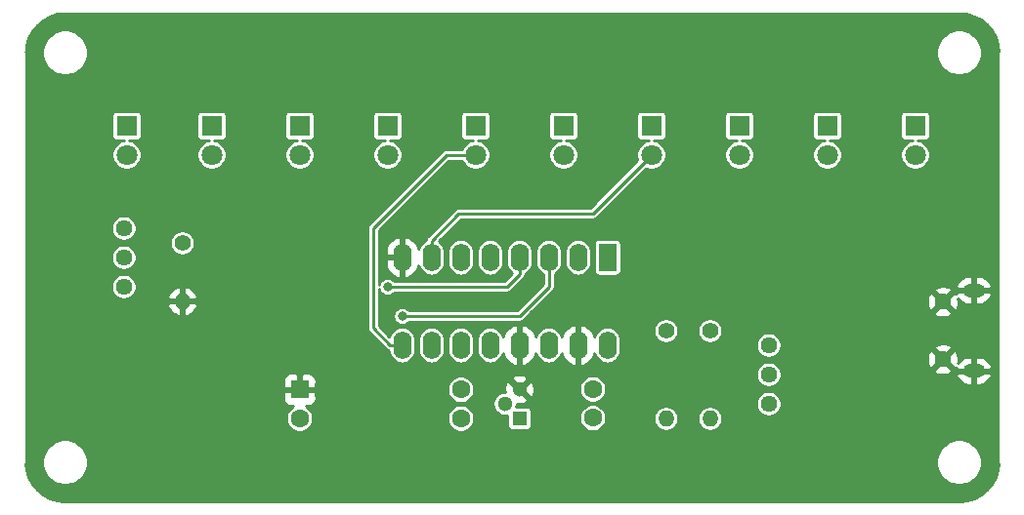
<source format=gbr>
G04 #@! TF.GenerationSoftware,KiCad,Pcbnew,(5.1.5)-3*
G04 #@! TF.CreationDate,2019-12-24T23:01:53+08:00*
G04 #@! TF.ProjectId,voice_ctrl_flow_ledled,766f6963-655f-4637-9472-6c5f666c6f77,rev?*
G04 #@! TF.SameCoordinates,Original*
G04 #@! TF.FileFunction,Copper,L2,Bot*
G04 #@! TF.FilePolarity,Positive*
%FSLAX46Y46*%
G04 Gerber Fmt 4.6, Leading zero omitted, Abs format (unit mm)*
G04 Created by KiCad (PCBNEW (5.1.5)-3) date 2019-12-24 23:01:53*
%MOMM*%
%LPD*%
G04 APERTURE LIST*
%ADD10C,1.600000*%
%ADD11R,1.600000X1.600000*%
%ADD12O,1.900000X1.200000*%
%ADD13C,1.450000*%
%ADD14R,1.300000X1.300000*%
%ADD15C,1.300000*%
%ADD16O,1.600000X2.400000*%
%ADD17R,1.600000X2.400000*%
%ADD18C,1.440000*%
%ADD19O,1.400000X1.400000*%
%ADD20C,1.400000*%
%ADD21C,1.800000*%
%ADD22R,1.800000X1.800000*%
%ADD23C,0.800000*%
%ADD24C,0.250000*%
%ADD25C,0.254000*%
G04 APERTURE END LIST*
D10*
X143510000Y-95250000D03*
D11*
X143510000Y-92750000D03*
D12*
X201930000Y-84130000D03*
X201930000Y-91130000D03*
D13*
X199230000Y-85130000D03*
X199230000Y-90130000D03*
D14*
X162560000Y-95250000D03*
D15*
X162560000Y-92710000D03*
X161290000Y-93980000D03*
D16*
X170180000Y-88900000D03*
X152400000Y-81280000D03*
X167640000Y-88900000D03*
X154940000Y-81280000D03*
X165100000Y-88900000D03*
X157480000Y-81280000D03*
X162560000Y-88900000D03*
X160020000Y-81280000D03*
X160020000Y-88900000D03*
X162560000Y-81280000D03*
X157480000Y-88900000D03*
X165100000Y-81280000D03*
X154940000Y-88900000D03*
X167640000Y-81280000D03*
X152400000Y-88900000D03*
D17*
X170180000Y-81280000D03*
D18*
X128270000Y-78740000D03*
X128270000Y-81280000D03*
X128270000Y-83820000D03*
X184150000Y-93980000D03*
X184150000Y-91440000D03*
X184150000Y-88900000D03*
D19*
X133350000Y-85090000D03*
D20*
X133350000Y-80010000D03*
D19*
X175260000Y-95250000D03*
D20*
X175260000Y-87630000D03*
D19*
X179070000Y-95250000D03*
D20*
X179070000Y-87630000D03*
D21*
X196850000Y-72390000D03*
D22*
X196850000Y-69850000D03*
D21*
X189230000Y-72390000D03*
D22*
X189230000Y-69850000D03*
D21*
X181610000Y-72390000D03*
D22*
X181610000Y-69850000D03*
D21*
X173990000Y-72390000D03*
D22*
X173990000Y-69850000D03*
D21*
X166370000Y-72390000D03*
D22*
X166370000Y-69850000D03*
D21*
X158750000Y-72390000D03*
D22*
X158750000Y-69850000D03*
D21*
X151130000Y-72390000D03*
D22*
X151130000Y-69850000D03*
D21*
X143510000Y-72390000D03*
D22*
X143510000Y-69850000D03*
D21*
X135890000Y-72390000D03*
D22*
X135890000Y-69850000D03*
D21*
X128524000Y-72390000D03*
D22*
X128524000Y-69850000D03*
D10*
X168910000Y-92710000D03*
X168910000Y-95210000D03*
X157480000Y-92750000D03*
X157480000Y-95250000D03*
D23*
X152400000Y-86360000D03*
X151130000Y-83820000D03*
X140970000Y-72390000D03*
X140970000Y-80010000D03*
X187960000Y-80010000D03*
X179070000Y-78740000D03*
X172720000Y-77470000D03*
X162560000Y-74930000D03*
X128270000Y-74930000D03*
X160020000Y-97790000D03*
X156210000Y-85090000D03*
D24*
X152400000Y-86360000D02*
X162560000Y-86360000D01*
X165100000Y-83820000D02*
X165100000Y-81280000D01*
X162560000Y-86360000D02*
X165100000Y-83820000D01*
X161470000Y-83820000D02*
X162560000Y-82730000D01*
X162560000Y-82730000D02*
X162560000Y-81280000D01*
X151130000Y-83820000D02*
X161470000Y-83820000D01*
X158750000Y-72390000D02*
X156210000Y-72390000D01*
X156210000Y-72390000D02*
X149860000Y-78740000D01*
X151350000Y-88900000D02*
X152400000Y-88900000D01*
X149860000Y-87410000D02*
X151350000Y-88900000D01*
X149860000Y-78740000D02*
X149860000Y-87410000D01*
X173990000Y-72390000D02*
X168910000Y-77470000D01*
X154940000Y-79830000D02*
X154940000Y-81280000D01*
X157300000Y-77470000D02*
X154940000Y-79830000D01*
X168910000Y-77470000D02*
X157300000Y-77470000D01*
D25*
G36*
X123105509Y-60114763D02*
G01*
X123168832Y-60121000D01*
X200681168Y-60121000D01*
X200744491Y-60114763D01*
X200765746Y-60108315D01*
X201320793Y-60162738D01*
X201956423Y-60354646D01*
X202542669Y-60666359D01*
X203057203Y-61086002D01*
X203480431Y-61597598D01*
X203796227Y-62181650D01*
X203992567Y-62815921D01*
X204052923Y-63390173D01*
X204045237Y-63415510D01*
X204039000Y-63478833D01*
X204039001Y-99081168D01*
X204045238Y-99144491D01*
X204051685Y-99165744D01*
X203997262Y-99720791D01*
X203805354Y-100356423D01*
X203493641Y-100942669D01*
X203073998Y-101457203D01*
X202562406Y-101880429D01*
X201978349Y-102196227D01*
X201344079Y-102392567D01*
X200769828Y-102452923D01*
X200744491Y-102445237D01*
X200681168Y-102439000D01*
X123168832Y-102439000D01*
X123105509Y-102445237D01*
X123084254Y-102451685D01*
X122529209Y-102397262D01*
X121893577Y-102205354D01*
X121307331Y-101893641D01*
X120792797Y-101473998D01*
X120369571Y-100962406D01*
X120053773Y-100378349D01*
X119857433Y-99744079D01*
X119797077Y-99169828D01*
X119804763Y-99144491D01*
X119811000Y-99081168D01*
X119811000Y-98864889D01*
X121209000Y-98864889D01*
X121209000Y-99255111D01*
X121285129Y-99637836D01*
X121434461Y-99998355D01*
X121651257Y-100322814D01*
X121927186Y-100598743D01*
X122251645Y-100815539D01*
X122612164Y-100964871D01*
X122994889Y-101041000D01*
X123385111Y-101041000D01*
X123767836Y-100964871D01*
X124128355Y-100815539D01*
X124452814Y-100598743D01*
X124728743Y-100322814D01*
X124945539Y-99998355D01*
X125094871Y-99637836D01*
X125171000Y-99255111D01*
X125171000Y-98864889D01*
X198679000Y-98864889D01*
X198679000Y-99255111D01*
X198755129Y-99637836D01*
X198904461Y-99998355D01*
X199121257Y-100322814D01*
X199397186Y-100598743D01*
X199721645Y-100815539D01*
X200082164Y-100964871D01*
X200464889Y-101041000D01*
X200855111Y-101041000D01*
X201237836Y-100964871D01*
X201598355Y-100815539D01*
X201922814Y-100598743D01*
X202198743Y-100322814D01*
X202415539Y-99998355D01*
X202564871Y-99637836D01*
X202641000Y-99255111D01*
X202641000Y-98864889D01*
X202564871Y-98482164D01*
X202415539Y-98121645D01*
X202198743Y-97797186D01*
X201922814Y-97521257D01*
X201598355Y-97304461D01*
X201237836Y-97155129D01*
X200855111Y-97079000D01*
X200464889Y-97079000D01*
X200082164Y-97155129D01*
X199721645Y-97304461D01*
X199397186Y-97521257D01*
X199121257Y-97797186D01*
X198904461Y-98121645D01*
X198755129Y-98482164D01*
X198679000Y-98864889D01*
X125171000Y-98864889D01*
X125094871Y-98482164D01*
X124945539Y-98121645D01*
X124728743Y-97797186D01*
X124452814Y-97521257D01*
X124128355Y-97304461D01*
X123767836Y-97155129D01*
X123385111Y-97079000D01*
X122994889Y-97079000D01*
X122612164Y-97155129D01*
X122251645Y-97304461D01*
X121927186Y-97521257D01*
X121651257Y-97797186D01*
X121434461Y-98121645D01*
X121285129Y-98482164D01*
X121209000Y-98864889D01*
X119811000Y-98864889D01*
X119811000Y-93550000D01*
X142071928Y-93550000D01*
X142084188Y-93674482D01*
X142120498Y-93794180D01*
X142179463Y-93904494D01*
X142258815Y-94001185D01*
X142355506Y-94080537D01*
X142465820Y-94139502D01*
X142585518Y-94175812D01*
X142710000Y-94188072D01*
X142991683Y-94186389D01*
X142950587Y-94203412D01*
X142757157Y-94332658D01*
X142592658Y-94497157D01*
X142463412Y-94690587D01*
X142374386Y-94905515D01*
X142329000Y-95133682D01*
X142329000Y-95366318D01*
X142374386Y-95594485D01*
X142463412Y-95809413D01*
X142592658Y-96002843D01*
X142757157Y-96167342D01*
X142950587Y-96296588D01*
X143165515Y-96385614D01*
X143393682Y-96431000D01*
X143626318Y-96431000D01*
X143854485Y-96385614D01*
X144069413Y-96296588D01*
X144262843Y-96167342D01*
X144427342Y-96002843D01*
X144556588Y-95809413D01*
X144645614Y-95594485D01*
X144691000Y-95366318D01*
X144691000Y-95133682D01*
X156299000Y-95133682D01*
X156299000Y-95366318D01*
X156344386Y-95594485D01*
X156433412Y-95809413D01*
X156562658Y-96002843D01*
X156727157Y-96167342D01*
X156920587Y-96296588D01*
X157135515Y-96385614D01*
X157363682Y-96431000D01*
X157596318Y-96431000D01*
X157824485Y-96385614D01*
X158039413Y-96296588D01*
X158232843Y-96167342D01*
X158397342Y-96002843D01*
X158526588Y-95809413D01*
X158615614Y-95594485D01*
X158661000Y-95366318D01*
X158661000Y-95133682D01*
X158615614Y-94905515D01*
X158526588Y-94690587D01*
X158397342Y-94497157D01*
X158232843Y-94332658D01*
X158039413Y-94203412D01*
X157824485Y-94114386D01*
X157596318Y-94069000D01*
X157363682Y-94069000D01*
X157135515Y-94114386D01*
X156920587Y-94203412D01*
X156727157Y-94332658D01*
X156562658Y-94497157D01*
X156433412Y-94690587D01*
X156344386Y-94905515D01*
X156299000Y-95133682D01*
X144691000Y-95133682D01*
X144645614Y-94905515D01*
X144556588Y-94690587D01*
X144427342Y-94497157D01*
X144262843Y-94332658D01*
X144069413Y-94203412D01*
X144028317Y-94186389D01*
X144310000Y-94188072D01*
X144434482Y-94175812D01*
X144554180Y-94139502D01*
X144664494Y-94080537D01*
X144761185Y-94001185D01*
X144840537Y-93904494D01*
X144899502Y-93794180D01*
X144935812Y-93674482D01*
X144948072Y-93550000D01*
X144945000Y-93035750D01*
X144786250Y-92877000D01*
X143637000Y-92877000D01*
X143637000Y-92897000D01*
X143383000Y-92897000D01*
X143383000Y-92877000D01*
X142233750Y-92877000D01*
X142075000Y-93035750D01*
X142071928Y-93550000D01*
X119811000Y-93550000D01*
X119811000Y-92633682D01*
X156299000Y-92633682D01*
X156299000Y-92866318D01*
X156344386Y-93094485D01*
X156433412Y-93309413D01*
X156562658Y-93502843D01*
X156727157Y-93667342D01*
X156920587Y-93796588D01*
X157135515Y-93885614D01*
X157363682Y-93931000D01*
X157596318Y-93931000D01*
X157824485Y-93885614D01*
X157841768Y-93878455D01*
X160259000Y-93878455D01*
X160259000Y-94081545D01*
X160298620Y-94280732D01*
X160376339Y-94468362D01*
X160489170Y-94637224D01*
X160632776Y-94780830D01*
X160801638Y-94893661D01*
X160989268Y-94971380D01*
X161188455Y-95011000D01*
X161391545Y-95011000D01*
X161527157Y-94984026D01*
X161527157Y-95900000D01*
X161534513Y-95974689D01*
X161556299Y-96046508D01*
X161591678Y-96112696D01*
X161639289Y-96170711D01*
X161697304Y-96218322D01*
X161763492Y-96253701D01*
X161835311Y-96275487D01*
X161910000Y-96282843D01*
X163210000Y-96282843D01*
X163284689Y-96275487D01*
X163356508Y-96253701D01*
X163422696Y-96218322D01*
X163480711Y-96170711D01*
X163528322Y-96112696D01*
X163563701Y-96046508D01*
X163585487Y-95974689D01*
X163592843Y-95900000D01*
X163592843Y-95093682D01*
X167729000Y-95093682D01*
X167729000Y-95326318D01*
X167774386Y-95554485D01*
X167863412Y-95769413D01*
X167992658Y-95962843D01*
X168157157Y-96127342D01*
X168350587Y-96256588D01*
X168565515Y-96345614D01*
X168793682Y-96391000D01*
X169026318Y-96391000D01*
X169254485Y-96345614D01*
X169469413Y-96256588D01*
X169662843Y-96127342D01*
X169827342Y-95962843D01*
X169956588Y-95769413D01*
X170045614Y-95554485D01*
X170091000Y-95326318D01*
X170091000Y-95143531D01*
X174179000Y-95143531D01*
X174179000Y-95356469D01*
X174220543Y-95565316D01*
X174302031Y-95762045D01*
X174420333Y-95939097D01*
X174570903Y-96089667D01*
X174747955Y-96207969D01*
X174944684Y-96289457D01*
X175153531Y-96331000D01*
X175366469Y-96331000D01*
X175575316Y-96289457D01*
X175772045Y-96207969D01*
X175949097Y-96089667D01*
X176099667Y-95939097D01*
X176217969Y-95762045D01*
X176299457Y-95565316D01*
X176341000Y-95356469D01*
X176341000Y-95143531D01*
X177989000Y-95143531D01*
X177989000Y-95356469D01*
X178030543Y-95565316D01*
X178112031Y-95762045D01*
X178230333Y-95939097D01*
X178380903Y-96089667D01*
X178557955Y-96207969D01*
X178754684Y-96289457D01*
X178963531Y-96331000D01*
X179176469Y-96331000D01*
X179385316Y-96289457D01*
X179582045Y-96207969D01*
X179759097Y-96089667D01*
X179909667Y-95939097D01*
X180027969Y-95762045D01*
X180109457Y-95565316D01*
X180151000Y-95356469D01*
X180151000Y-95143531D01*
X180109457Y-94934684D01*
X180027969Y-94737955D01*
X179909667Y-94560903D01*
X179759097Y-94410333D01*
X179582045Y-94292031D01*
X179385316Y-94210543D01*
X179176469Y-94169000D01*
X178963531Y-94169000D01*
X178754684Y-94210543D01*
X178557955Y-94292031D01*
X178380903Y-94410333D01*
X178230333Y-94560903D01*
X178112031Y-94737955D01*
X178030543Y-94934684D01*
X177989000Y-95143531D01*
X176341000Y-95143531D01*
X176299457Y-94934684D01*
X176217969Y-94737955D01*
X176099667Y-94560903D01*
X175949097Y-94410333D01*
X175772045Y-94292031D01*
X175575316Y-94210543D01*
X175366469Y-94169000D01*
X175153531Y-94169000D01*
X174944684Y-94210543D01*
X174747955Y-94292031D01*
X174570903Y-94410333D01*
X174420333Y-94560903D01*
X174302031Y-94737955D01*
X174220543Y-94934684D01*
X174179000Y-95143531D01*
X170091000Y-95143531D01*
X170091000Y-95093682D01*
X170045614Y-94865515D01*
X169956588Y-94650587D01*
X169827342Y-94457157D01*
X169662843Y-94292658D01*
X169469413Y-94163412D01*
X169254485Y-94074386D01*
X169026318Y-94029000D01*
X168793682Y-94029000D01*
X168565515Y-94074386D01*
X168350587Y-94163412D01*
X168157157Y-94292658D01*
X167992658Y-94457157D01*
X167863412Y-94650587D01*
X167774386Y-94865515D01*
X167729000Y-95093682D01*
X163592843Y-95093682D01*
X163592843Y-94600000D01*
X163585487Y-94525311D01*
X163563701Y-94453492D01*
X163528322Y-94387304D01*
X163480711Y-94329289D01*
X163422696Y-94281678D01*
X163356508Y-94246299D01*
X163284689Y-94224513D01*
X163210000Y-94217157D01*
X162294026Y-94217157D01*
X162321000Y-94081545D01*
X162321000Y-93974114D01*
X162383524Y-93989102D01*
X162636455Y-93998952D01*
X162886449Y-93959270D01*
X163123896Y-93871578D01*
X163212534Y-93824201D01*
X163265922Y-93595527D01*
X162560000Y-92889605D01*
X162545858Y-92903748D01*
X162366253Y-92724143D01*
X162380395Y-92710000D01*
X162739605Y-92710000D01*
X163445527Y-93415922D01*
X163674201Y-93362534D01*
X163780095Y-93132626D01*
X163839102Y-92886476D01*
X163848952Y-92633545D01*
X163842625Y-92593682D01*
X167729000Y-92593682D01*
X167729000Y-92826318D01*
X167774386Y-93054485D01*
X167863412Y-93269413D01*
X167992658Y-93462843D01*
X168157157Y-93627342D01*
X168350587Y-93756588D01*
X168565515Y-93845614D01*
X168793682Y-93891000D01*
X169026318Y-93891000D01*
X169124042Y-93871561D01*
X183049000Y-93871561D01*
X183049000Y-94088439D01*
X183091311Y-94301150D01*
X183174307Y-94501519D01*
X183294798Y-94681846D01*
X183448154Y-94835202D01*
X183628481Y-94955693D01*
X183828850Y-95038689D01*
X184041561Y-95081000D01*
X184258439Y-95081000D01*
X184471150Y-95038689D01*
X184671519Y-94955693D01*
X184851846Y-94835202D01*
X185005202Y-94681846D01*
X185125693Y-94501519D01*
X185208689Y-94301150D01*
X185251000Y-94088439D01*
X185251000Y-93871561D01*
X185208689Y-93658850D01*
X185125693Y-93458481D01*
X185005202Y-93278154D01*
X184851846Y-93124798D01*
X184671519Y-93004307D01*
X184471150Y-92921311D01*
X184258439Y-92879000D01*
X184041561Y-92879000D01*
X183828850Y-92921311D01*
X183628481Y-93004307D01*
X183448154Y-93124798D01*
X183294798Y-93278154D01*
X183174307Y-93458481D01*
X183091311Y-93658850D01*
X183049000Y-93871561D01*
X169124042Y-93871561D01*
X169254485Y-93845614D01*
X169469413Y-93756588D01*
X169662843Y-93627342D01*
X169827342Y-93462843D01*
X169956588Y-93269413D01*
X170045614Y-93054485D01*
X170091000Y-92826318D01*
X170091000Y-92593682D01*
X170045614Y-92365515D01*
X169956588Y-92150587D01*
X169827342Y-91957157D01*
X169662843Y-91792658D01*
X169469413Y-91663412D01*
X169254485Y-91574386D01*
X169026318Y-91529000D01*
X168793682Y-91529000D01*
X168565515Y-91574386D01*
X168350587Y-91663412D01*
X168157157Y-91792658D01*
X167992658Y-91957157D01*
X167863412Y-92150587D01*
X167774386Y-92365515D01*
X167729000Y-92593682D01*
X163842625Y-92593682D01*
X163809270Y-92383551D01*
X163721578Y-92146104D01*
X163674201Y-92057466D01*
X163445527Y-92004078D01*
X162739605Y-92710000D01*
X162380395Y-92710000D01*
X161674473Y-92004078D01*
X161445799Y-92057466D01*
X161339905Y-92287374D01*
X161280898Y-92533524D01*
X161271048Y-92786455D01*
X161296849Y-92949000D01*
X161188455Y-92949000D01*
X160989268Y-92988620D01*
X160801638Y-93066339D01*
X160632776Y-93179170D01*
X160489170Y-93322776D01*
X160376339Y-93491638D01*
X160298620Y-93679268D01*
X160259000Y-93878455D01*
X157841768Y-93878455D01*
X158039413Y-93796588D01*
X158232843Y-93667342D01*
X158397342Y-93502843D01*
X158526588Y-93309413D01*
X158615614Y-93094485D01*
X158661000Y-92866318D01*
X158661000Y-92633682D01*
X158615614Y-92405515D01*
X158526588Y-92190587D01*
X158397342Y-91997157D01*
X158232843Y-91832658D01*
X158220594Y-91824473D01*
X161854078Y-91824473D01*
X162560000Y-92530395D01*
X163265922Y-91824473D01*
X163212534Y-91595799D01*
X162982626Y-91489905D01*
X162736476Y-91430898D01*
X162483545Y-91421048D01*
X162233551Y-91460730D01*
X161996104Y-91548422D01*
X161907466Y-91595799D01*
X161854078Y-91824473D01*
X158220594Y-91824473D01*
X158039413Y-91703412D01*
X157824485Y-91614386D01*
X157596318Y-91569000D01*
X157363682Y-91569000D01*
X157135515Y-91614386D01*
X156920587Y-91703412D01*
X156727157Y-91832658D01*
X156562658Y-91997157D01*
X156433412Y-92190587D01*
X156344386Y-92405515D01*
X156299000Y-92633682D01*
X119811000Y-92633682D01*
X119811000Y-91950000D01*
X142071928Y-91950000D01*
X142075000Y-92464250D01*
X142233750Y-92623000D01*
X143383000Y-92623000D01*
X143383000Y-91473750D01*
X143637000Y-91473750D01*
X143637000Y-92623000D01*
X144786250Y-92623000D01*
X144945000Y-92464250D01*
X144948072Y-91950000D01*
X144935812Y-91825518D01*
X144899502Y-91705820D01*
X144840537Y-91595506D01*
X144761185Y-91498815D01*
X144664494Y-91419463D01*
X144554180Y-91360498D01*
X144458788Y-91331561D01*
X183049000Y-91331561D01*
X183049000Y-91548439D01*
X183091311Y-91761150D01*
X183174307Y-91961519D01*
X183294798Y-92141846D01*
X183448154Y-92295202D01*
X183628481Y-92415693D01*
X183828850Y-92498689D01*
X184041561Y-92541000D01*
X184258439Y-92541000D01*
X184471150Y-92498689D01*
X184671519Y-92415693D01*
X184851846Y-92295202D01*
X185005202Y-92141846D01*
X185125693Y-91961519D01*
X185208689Y-91761150D01*
X185251000Y-91548439D01*
X185251000Y-91331561D01*
X185208689Y-91118850D01*
X185188096Y-91069133D01*
X198470472Y-91069133D01*
X198532965Y-91305450D01*
X198775678Y-91418850D01*
X199035849Y-91482719D01*
X199303482Y-91494604D01*
X199568291Y-91454048D01*
X199586023Y-91447609D01*
X200386538Y-91447609D01*
X200390409Y-91485282D01*
X200482579Y-91710533D01*
X200616922Y-91913474D01*
X200788275Y-92086307D01*
X200990054Y-92222390D01*
X201214504Y-92316493D01*
X201453000Y-92365000D01*
X201803000Y-92365000D01*
X201803000Y-91257000D01*
X202057000Y-91257000D01*
X202057000Y-92365000D01*
X202407000Y-92365000D01*
X202645496Y-92316493D01*
X202869946Y-92222390D01*
X203071725Y-92086307D01*
X203243078Y-91913474D01*
X203377421Y-91710533D01*
X203469591Y-91485282D01*
X203473462Y-91447609D01*
X203348731Y-91257000D01*
X202057000Y-91257000D01*
X201803000Y-91257000D01*
X200511269Y-91257000D01*
X200386538Y-91447609D01*
X199586023Y-91447609D01*
X199820100Y-91362609D01*
X199927035Y-91305450D01*
X199989528Y-91069133D01*
X199230000Y-90309605D01*
X198470472Y-91069133D01*
X185188096Y-91069133D01*
X185125693Y-90918481D01*
X185005202Y-90738154D01*
X184851846Y-90584798D01*
X184671519Y-90464307D01*
X184471150Y-90381311D01*
X184258439Y-90339000D01*
X184041561Y-90339000D01*
X183828850Y-90381311D01*
X183628481Y-90464307D01*
X183448154Y-90584798D01*
X183294798Y-90738154D01*
X183174307Y-90918481D01*
X183091311Y-91118850D01*
X183049000Y-91331561D01*
X144458788Y-91331561D01*
X144434482Y-91324188D01*
X144310000Y-91311928D01*
X143795750Y-91315000D01*
X143637000Y-91473750D01*
X143383000Y-91473750D01*
X143224250Y-91315000D01*
X142710000Y-91311928D01*
X142585518Y-91324188D01*
X142465820Y-91360498D01*
X142355506Y-91419463D01*
X142258815Y-91498815D01*
X142179463Y-91595506D01*
X142120498Y-91705820D01*
X142084188Y-91825518D01*
X142071928Y-91950000D01*
X119811000Y-91950000D01*
X119811000Y-85423330D01*
X132057278Y-85423330D01*
X132147147Y-85669123D01*
X132283241Y-85892660D01*
X132460330Y-86085351D01*
X132671608Y-86239792D01*
X132908956Y-86350047D01*
X133016671Y-86382716D01*
X133223000Y-86259374D01*
X133223000Y-85217000D01*
X133477000Y-85217000D01*
X133477000Y-86259374D01*
X133683329Y-86382716D01*
X133791044Y-86350047D01*
X134028392Y-86239792D01*
X134239670Y-86085351D01*
X134416759Y-85892660D01*
X134552853Y-85669123D01*
X134642722Y-85423330D01*
X134520201Y-85217000D01*
X133477000Y-85217000D01*
X133223000Y-85217000D01*
X132179799Y-85217000D01*
X132057278Y-85423330D01*
X119811000Y-85423330D01*
X119811000Y-83711561D01*
X127169000Y-83711561D01*
X127169000Y-83928439D01*
X127211311Y-84141150D01*
X127294307Y-84341519D01*
X127414798Y-84521846D01*
X127568154Y-84675202D01*
X127748481Y-84795693D01*
X127948850Y-84878689D01*
X128161561Y-84921000D01*
X128378439Y-84921000D01*
X128591150Y-84878689D01*
X128791519Y-84795693D01*
X128849920Y-84756670D01*
X132057278Y-84756670D01*
X132179799Y-84963000D01*
X133223000Y-84963000D01*
X133223000Y-83920626D01*
X133477000Y-83920626D01*
X133477000Y-84963000D01*
X134520201Y-84963000D01*
X134642722Y-84756670D01*
X134552853Y-84510877D01*
X134416759Y-84287340D01*
X134239670Y-84094649D01*
X134028392Y-83940208D01*
X133791044Y-83829953D01*
X133683329Y-83797284D01*
X133477000Y-83920626D01*
X133223000Y-83920626D01*
X133016671Y-83797284D01*
X132908956Y-83829953D01*
X132671608Y-83940208D01*
X132460330Y-84094649D01*
X132283241Y-84287340D01*
X132147147Y-84510877D01*
X132057278Y-84756670D01*
X128849920Y-84756670D01*
X128971846Y-84675202D01*
X129125202Y-84521846D01*
X129245693Y-84341519D01*
X129328689Y-84141150D01*
X129371000Y-83928439D01*
X129371000Y-83711561D01*
X129328689Y-83498850D01*
X129245693Y-83298481D01*
X129125202Y-83118154D01*
X128971846Y-82964798D01*
X128791519Y-82844307D01*
X128591150Y-82761311D01*
X128378439Y-82719000D01*
X128161561Y-82719000D01*
X127948850Y-82761311D01*
X127748481Y-82844307D01*
X127568154Y-82964798D01*
X127414798Y-83118154D01*
X127294307Y-83298481D01*
X127211311Y-83498850D01*
X127169000Y-83711561D01*
X119811000Y-83711561D01*
X119811000Y-81171561D01*
X127169000Y-81171561D01*
X127169000Y-81388439D01*
X127211311Y-81601150D01*
X127294307Y-81801519D01*
X127414798Y-81981846D01*
X127568154Y-82135202D01*
X127748481Y-82255693D01*
X127948850Y-82338689D01*
X128161561Y-82381000D01*
X128378439Y-82381000D01*
X128591150Y-82338689D01*
X128791519Y-82255693D01*
X128971846Y-82135202D01*
X129125202Y-81981846D01*
X129245693Y-81801519D01*
X129328689Y-81601150D01*
X129371000Y-81388439D01*
X129371000Y-81171561D01*
X129328689Y-80958850D01*
X129245693Y-80758481D01*
X129125202Y-80578154D01*
X128971846Y-80424798D01*
X128791519Y-80304307D01*
X128591150Y-80221311D01*
X128378439Y-80179000D01*
X128161561Y-80179000D01*
X127948850Y-80221311D01*
X127748481Y-80304307D01*
X127568154Y-80424798D01*
X127414798Y-80578154D01*
X127294307Y-80758481D01*
X127211311Y-80958850D01*
X127169000Y-81171561D01*
X119811000Y-81171561D01*
X119811000Y-79903531D01*
X132269000Y-79903531D01*
X132269000Y-80116469D01*
X132310543Y-80325316D01*
X132392031Y-80522045D01*
X132510333Y-80699097D01*
X132660903Y-80849667D01*
X132837955Y-80967969D01*
X133034684Y-81049457D01*
X133243531Y-81091000D01*
X133456469Y-81091000D01*
X133665316Y-81049457D01*
X133862045Y-80967969D01*
X134039097Y-80849667D01*
X134189667Y-80699097D01*
X134307969Y-80522045D01*
X134389457Y-80325316D01*
X134431000Y-80116469D01*
X134431000Y-79903531D01*
X134389457Y-79694684D01*
X134307969Y-79497955D01*
X134189667Y-79320903D01*
X134039097Y-79170333D01*
X133862045Y-79052031D01*
X133665316Y-78970543D01*
X133456469Y-78929000D01*
X133243531Y-78929000D01*
X133034684Y-78970543D01*
X132837955Y-79052031D01*
X132660903Y-79170333D01*
X132510333Y-79320903D01*
X132392031Y-79497955D01*
X132310543Y-79694684D01*
X132269000Y-79903531D01*
X119811000Y-79903531D01*
X119811000Y-78631561D01*
X127169000Y-78631561D01*
X127169000Y-78848439D01*
X127211311Y-79061150D01*
X127294307Y-79261519D01*
X127414798Y-79441846D01*
X127568154Y-79595202D01*
X127748481Y-79715693D01*
X127948850Y-79798689D01*
X128161561Y-79841000D01*
X128378439Y-79841000D01*
X128591150Y-79798689D01*
X128791519Y-79715693D01*
X128971846Y-79595202D01*
X129125202Y-79441846D01*
X129245693Y-79261519D01*
X129328689Y-79061150D01*
X129371000Y-78848439D01*
X129371000Y-78740000D01*
X149351553Y-78740000D01*
X149354000Y-78764846D01*
X149354001Y-87385144D01*
X149351553Y-87410000D01*
X149361322Y-87509192D01*
X149390255Y-87604574D01*
X149390256Y-87604575D01*
X149437242Y-87692479D01*
X149500474Y-87769527D01*
X149519780Y-87785372D01*
X150974628Y-89240220D01*
X150990473Y-89259527D01*
X151067521Y-89322759D01*
X151133480Y-89358015D01*
X151155425Y-89369745D01*
X151222149Y-89389985D01*
X151236088Y-89531515D01*
X151303619Y-89754135D01*
X151413283Y-89959302D01*
X151560866Y-90139134D01*
X151740697Y-90286717D01*
X151945864Y-90396381D01*
X152168484Y-90463912D01*
X152400000Y-90486714D01*
X152631515Y-90463912D01*
X152854135Y-90396381D01*
X153059302Y-90286717D01*
X153239134Y-90139134D01*
X153386717Y-89959303D01*
X153496381Y-89754136D01*
X153563912Y-89531516D01*
X153581000Y-89358016D01*
X153581000Y-88441985D01*
X153581000Y-88441984D01*
X153759000Y-88441984D01*
X153759000Y-89358015D01*
X153776088Y-89531515D01*
X153843619Y-89754135D01*
X153953283Y-89959302D01*
X154100866Y-90139134D01*
X154280697Y-90286717D01*
X154485864Y-90396381D01*
X154708484Y-90463912D01*
X154940000Y-90486714D01*
X155171515Y-90463912D01*
X155394135Y-90396381D01*
X155599302Y-90286717D01*
X155779134Y-90139134D01*
X155926717Y-89959303D01*
X156036381Y-89754136D01*
X156103912Y-89531516D01*
X156121000Y-89358016D01*
X156121000Y-88441985D01*
X156121000Y-88441984D01*
X156299000Y-88441984D01*
X156299000Y-89358015D01*
X156316088Y-89531515D01*
X156383619Y-89754135D01*
X156493283Y-89959302D01*
X156640866Y-90139134D01*
X156820697Y-90286717D01*
X157025864Y-90396381D01*
X157248484Y-90463912D01*
X157480000Y-90486714D01*
X157711515Y-90463912D01*
X157934135Y-90396381D01*
X158139302Y-90286717D01*
X158319134Y-90139134D01*
X158466717Y-89959303D01*
X158576381Y-89754136D01*
X158643912Y-89531516D01*
X158661000Y-89358016D01*
X158661000Y-88441985D01*
X158661000Y-88441984D01*
X158839000Y-88441984D01*
X158839000Y-89358015D01*
X158856088Y-89531515D01*
X158923619Y-89754135D01*
X159033283Y-89959302D01*
X159180866Y-90139134D01*
X159360697Y-90286717D01*
X159565864Y-90396381D01*
X159788484Y-90463912D01*
X160020000Y-90486714D01*
X160251515Y-90463912D01*
X160474135Y-90396381D01*
X160679302Y-90286717D01*
X160859134Y-90139134D01*
X161006717Y-89959303D01*
X161116381Y-89754136D01*
X161159745Y-89611185D01*
X161177350Y-89704514D01*
X161282834Y-89966483D01*
X161437399Y-90202839D01*
X161635105Y-90404500D01*
X161868354Y-90563715D01*
X162128182Y-90674367D01*
X162210961Y-90691904D01*
X162433000Y-90569915D01*
X162433000Y-89027000D01*
X162413000Y-89027000D01*
X162413000Y-88773000D01*
X162433000Y-88773000D01*
X162433000Y-87230085D01*
X162687000Y-87230085D01*
X162687000Y-88773000D01*
X162707000Y-88773000D01*
X162707000Y-89027000D01*
X162687000Y-89027000D01*
X162687000Y-90569915D01*
X162909039Y-90691904D01*
X162991818Y-90674367D01*
X163251646Y-90563715D01*
X163484895Y-90404500D01*
X163682601Y-90202839D01*
X163837166Y-89966483D01*
X163942650Y-89704514D01*
X163960256Y-89611185D01*
X164003619Y-89754135D01*
X164113283Y-89959302D01*
X164260866Y-90139134D01*
X164440697Y-90286717D01*
X164645864Y-90396381D01*
X164868484Y-90463912D01*
X165100000Y-90486714D01*
X165331515Y-90463912D01*
X165554135Y-90396381D01*
X165759302Y-90286717D01*
X165939134Y-90139134D01*
X166086717Y-89959303D01*
X166196381Y-89754136D01*
X166239745Y-89611185D01*
X166257350Y-89704514D01*
X166362834Y-89966483D01*
X166517399Y-90202839D01*
X166715105Y-90404500D01*
X166948354Y-90563715D01*
X167208182Y-90674367D01*
X167290961Y-90691904D01*
X167513000Y-90569915D01*
X167513000Y-89027000D01*
X167493000Y-89027000D01*
X167493000Y-88773000D01*
X167513000Y-88773000D01*
X167513000Y-87230085D01*
X167767000Y-87230085D01*
X167767000Y-88773000D01*
X167787000Y-88773000D01*
X167787000Y-89027000D01*
X167767000Y-89027000D01*
X167767000Y-90569915D01*
X167989039Y-90691904D01*
X168071818Y-90674367D01*
X168331646Y-90563715D01*
X168564895Y-90404500D01*
X168762601Y-90202839D01*
X168917166Y-89966483D01*
X169022650Y-89704514D01*
X169040256Y-89611185D01*
X169083619Y-89754135D01*
X169193283Y-89959302D01*
X169340866Y-90139134D01*
X169520697Y-90286717D01*
X169725864Y-90396381D01*
X169948484Y-90463912D01*
X170180000Y-90486714D01*
X170411515Y-90463912D01*
X170634135Y-90396381D01*
X170839302Y-90286717D01*
X170940725Y-90203482D01*
X197865396Y-90203482D01*
X197905952Y-90468291D01*
X197997391Y-90720100D01*
X198054550Y-90827035D01*
X198290867Y-90889528D01*
X199050395Y-90130000D01*
X199409605Y-90130000D01*
X200169133Y-90889528D01*
X200397497Y-90829138D01*
X200511269Y-91003000D01*
X201803000Y-91003000D01*
X201803000Y-89895000D01*
X202057000Y-89895000D01*
X202057000Y-91003000D01*
X203348731Y-91003000D01*
X203473462Y-90812391D01*
X203469591Y-90774718D01*
X203377421Y-90549467D01*
X203243078Y-90346526D01*
X203071725Y-90173693D01*
X202869946Y-90037610D01*
X202645496Y-89943507D01*
X202407000Y-89895000D01*
X202057000Y-89895000D01*
X201803000Y-89895000D01*
X201453000Y-89895000D01*
X201214504Y-89943507D01*
X200990054Y-90037610D01*
X200788275Y-90173693D01*
X200616922Y-90346526D01*
X200553829Y-90441836D01*
X200582719Y-90324151D01*
X200594604Y-90056518D01*
X200554048Y-89791709D01*
X200462609Y-89539900D01*
X200405450Y-89432965D01*
X200169133Y-89370472D01*
X199409605Y-90130000D01*
X199050395Y-90130000D01*
X198290867Y-89370472D01*
X198054550Y-89432965D01*
X197941150Y-89675678D01*
X197877281Y-89935849D01*
X197865396Y-90203482D01*
X170940725Y-90203482D01*
X171019134Y-90139134D01*
X171166717Y-89959303D01*
X171276381Y-89754136D01*
X171343912Y-89531516D01*
X171361000Y-89358016D01*
X171361000Y-88791561D01*
X183049000Y-88791561D01*
X183049000Y-89008439D01*
X183091311Y-89221150D01*
X183174307Y-89421519D01*
X183294798Y-89601846D01*
X183448154Y-89755202D01*
X183628481Y-89875693D01*
X183828850Y-89958689D01*
X184041561Y-90001000D01*
X184258439Y-90001000D01*
X184471150Y-89958689D01*
X184671519Y-89875693D01*
X184851846Y-89755202D01*
X185005202Y-89601846D01*
X185125693Y-89421519D01*
X185208689Y-89221150D01*
X185214712Y-89190867D01*
X198470472Y-89190867D01*
X199230000Y-89950395D01*
X199989528Y-89190867D01*
X199927035Y-88954550D01*
X199684322Y-88841150D01*
X199424151Y-88777281D01*
X199156518Y-88765396D01*
X198891709Y-88805952D01*
X198639900Y-88897391D01*
X198532965Y-88954550D01*
X198470472Y-89190867D01*
X185214712Y-89190867D01*
X185251000Y-89008439D01*
X185251000Y-88791561D01*
X185208689Y-88578850D01*
X185125693Y-88378481D01*
X185005202Y-88198154D01*
X184851846Y-88044798D01*
X184671519Y-87924307D01*
X184471150Y-87841311D01*
X184258439Y-87799000D01*
X184041561Y-87799000D01*
X183828850Y-87841311D01*
X183628481Y-87924307D01*
X183448154Y-88044798D01*
X183294798Y-88198154D01*
X183174307Y-88378481D01*
X183091311Y-88578850D01*
X183049000Y-88791561D01*
X171361000Y-88791561D01*
X171361000Y-88441985D01*
X171343912Y-88268485D01*
X171276381Y-88045864D01*
X171166717Y-87840697D01*
X171019134Y-87660866D01*
X170851791Y-87523531D01*
X174179000Y-87523531D01*
X174179000Y-87736469D01*
X174220543Y-87945316D01*
X174302031Y-88142045D01*
X174420333Y-88319097D01*
X174570903Y-88469667D01*
X174747955Y-88587969D01*
X174944684Y-88669457D01*
X175153531Y-88711000D01*
X175366469Y-88711000D01*
X175575316Y-88669457D01*
X175772045Y-88587969D01*
X175949097Y-88469667D01*
X176099667Y-88319097D01*
X176217969Y-88142045D01*
X176299457Y-87945316D01*
X176341000Y-87736469D01*
X176341000Y-87523531D01*
X177989000Y-87523531D01*
X177989000Y-87736469D01*
X178030543Y-87945316D01*
X178112031Y-88142045D01*
X178230333Y-88319097D01*
X178380903Y-88469667D01*
X178557955Y-88587969D01*
X178754684Y-88669457D01*
X178963531Y-88711000D01*
X179176469Y-88711000D01*
X179385316Y-88669457D01*
X179582045Y-88587969D01*
X179759097Y-88469667D01*
X179909667Y-88319097D01*
X180027969Y-88142045D01*
X180109457Y-87945316D01*
X180151000Y-87736469D01*
X180151000Y-87523531D01*
X180109457Y-87314684D01*
X180027969Y-87117955D01*
X179909667Y-86940903D01*
X179759097Y-86790333D01*
X179582045Y-86672031D01*
X179385316Y-86590543D01*
X179176469Y-86549000D01*
X178963531Y-86549000D01*
X178754684Y-86590543D01*
X178557955Y-86672031D01*
X178380903Y-86790333D01*
X178230333Y-86940903D01*
X178112031Y-87117955D01*
X178030543Y-87314684D01*
X177989000Y-87523531D01*
X176341000Y-87523531D01*
X176299457Y-87314684D01*
X176217969Y-87117955D01*
X176099667Y-86940903D01*
X175949097Y-86790333D01*
X175772045Y-86672031D01*
X175575316Y-86590543D01*
X175366469Y-86549000D01*
X175153531Y-86549000D01*
X174944684Y-86590543D01*
X174747955Y-86672031D01*
X174570903Y-86790333D01*
X174420333Y-86940903D01*
X174302031Y-87117955D01*
X174220543Y-87314684D01*
X174179000Y-87523531D01*
X170851791Y-87523531D01*
X170839303Y-87513283D01*
X170634136Y-87403619D01*
X170411516Y-87336088D01*
X170180000Y-87313286D01*
X169948485Y-87336088D01*
X169725865Y-87403619D01*
X169520698Y-87513283D01*
X169340867Y-87660866D01*
X169193284Y-87840697D01*
X169083619Y-88045864D01*
X169040255Y-88188815D01*
X169022650Y-88095486D01*
X168917166Y-87833517D01*
X168762601Y-87597161D01*
X168564895Y-87395500D01*
X168331646Y-87236285D01*
X168071818Y-87125633D01*
X167989039Y-87108096D01*
X167767000Y-87230085D01*
X167513000Y-87230085D01*
X167290961Y-87108096D01*
X167208182Y-87125633D01*
X166948354Y-87236285D01*
X166715105Y-87395500D01*
X166517399Y-87597161D01*
X166362834Y-87833517D01*
X166257350Y-88095486D01*
X166239744Y-88188815D01*
X166196381Y-88045864D01*
X166086717Y-87840697D01*
X165939134Y-87660866D01*
X165759303Y-87513283D01*
X165554136Y-87403619D01*
X165331516Y-87336088D01*
X165100000Y-87313286D01*
X164868485Y-87336088D01*
X164645865Y-87403619D01*
X164440698Y-87513283D01*
X164260867Y-87660866D01*
X164113284Y-87840697D01*
X164003619Y-88045864D01*
X163960255Y-88188815D01*
X163942650Y-88095486D01*
X163837166Y-87833517D01*
X163682601Y-87597161D01*
X163484895Y-87395500D01*
X163251646Y-87236285D01*
X162991818Y-87125633D01*
X162909039Y-87108096D01*
X162687000Y-87230085D01*
X162433000Y-87230085D01*
X162210961Y-87108096D01*
X162128182Y-87125633D01*
X161868354Y-87236285D01*
X161635105Y-87395500D01*
X161437399Y-87597161D01*
X161282834Y-87833517D01*
X161177350Y-88095486D01*
X161159744Y-88188815D01*
X161116381Y-88045864D01*
X161006717Y-87840697D01*
X160859134Y-87660866D01*
X160679303Y-87513283D01*
X160474136Y-87403619D01*
X160251516Y-87336088D01*
X160020000Y-87313286D01*
X159788485Y-87336088D01*
X159565865Y-87403619D01*
X159360698Y-87513283D01*
X159180867Y-87660866D01*
X159033284Y-87840697D01*
X158923619Y-88045864D01*
X158856088Y-88268484D01*
X158839000Y-88441984D01*
X158661000Y-88441984D01*
X158643912Y-88268485D01*
X158576381Y-88045864D01*
X158466717Y-87840697D01*
X158319134Y-87660866D01*
X158139303Y-87513283D01*
X157934136Y-87403619D01*
X157711516Y-87336088D01*
X157480000Y-87313286D01*
X157248485Y-87336088D01*
X157025865Y-87403619D01*
X156820698Y-87513283D01*
X156640867Y-87660866D01*
X156493284Y-87840697D01*
X156383619Y-88045864D01*
X156316088Y-88268484D01*
X156299000Y-88441984D01*
X156121000Y-88441984D01*
X156103912Y-88268485D01*
X156036381Y-88045864D01*
X155926717Y-87840697D01*
X155779134Y-87660866D01*
X155599303Y-87513283D01*
X155394136Y-87403619D01*
X155171516Y-87336088D01*
X154940000Y-87313286D01*
X154708485Y-87336088D01*
X154485865Y-87403619D01*
X154280698Y-87513283D01*
X154100867Y-87660866D01*
X153953284Y-87840697D01*
X153843619Y-88045864D01*
X153776088Y-88268484D01*
X153759000Y-88441984D01*
X153581000Y-88441984D01*
X153563912Y-88268485D01*
X153496381Y-88045864D01*
X153386717Y-87840697D01*
X153239134Y-87660866D01*
X153059303Y-87513283D01*
X152854136Y-87403619D01*
X152631516Y-87336088D01*
X152400000Y-87313286D01*
X152168485Y-87336088D01*
X151945865Y-87403619D01*
X151740698Y-87513283D01*
X151560867Y-87660866D01*
X151413284Y-87840697D01*
X151303619Y-88045864D01*
X151282169Y-88116577D01*
X150366000Y-87200409D01*
X150366000Y-86283078D01*
X151619000Y-86283078D01*
X151619000Y-86436922D01*
X151649013Y-86587809D01*
X151707887Y-86729942D01*
X151793358Y-86857859D01*
X151902141Y-86966642D01*
X152030058Y-87052113D01*
X152172191Y-87110987D01*
X152323078Y-87141000D01*
X152476922Y-87141000D01*
X152627809Y-87110987D01*
X152769942Y-87052113D01*
X152897859Y-86966642D01*
X152998501Y-86866000D01*
X162535154Y-86866000D01*
X162560000Y-86868447D01*
X162584846Y-86866000D01*
X162584854Y-86866000D01*
X162659193Y-86858678D01*
X162754575Y-86829745D01*
X162842479Y-86782759D01*
X162919527Y-86719527D01*
X162935376Y-86700215D01*
X163566458Y-86069133D01*
X198470472Y-86069133D01*
X198532965Y-86305450D01*
X198775678Y-86418850D01*
X199035849Y-86482719D01*
X199303482Y-86494604D01*
X199568291Y-86454048D01*
X199820100Y-86362609D01*
X199927035Y-86305450D01*
X199989528Y-86069133D01*
X199230000Y-85309605D01*
X198470472Y-86069133D01*
X163566458Y-86069133D01*
X164432109Y-85203482D01*
X197865396Y-85203482D01*
X197905952Y-85468291D01*
X197997391Y-85720100D01*
X198054550Y-85827035D01*
X198290867Y-85889528D01*
X199050395Y-85130000D01*
X199409605Y-85130000D01*
X200169133Y-85889528D01*
X200405450Y-85827035D01*
X200518850Y-85584322D01*
X200582719Y-85324151D01*
X200594604Y-85056518D01*
X200559385Y-84826558D01*
X200616922Y-84913474D01*
X200788275Y-85086307D01*
X200990054Y-85222390D01*
X201214504Y-85316493D01*
X201453000Y-85365000D01*
X201803000Y-85365000D01*
X201803000Y-84257000D01*
X202057000Y-84257000D01*
X202057000Y-85365000D01*
X202407000Y-85365000D01*
X202645496Y-85316493D01*
X202869946Y-85222390D01*
X203071725Y-85086307D01*
X203243078Y-84913474D01*
X203377421Y-84710533D01*
X203469591Y-84485282D01*
X203473462Y-84447609D01*
X203348731Y-84257000D01*
X202057000Y-84257000D01*
X201803000Y-84257000D01*
X200511269Y-84257000D01*
X200397497Y-84430862D01*
X200169133Y-84370472D01*
X199409605Y-85130000D01*
X199050395Y-85130000D01*
X198290867Y-84370472D01*
X198054550Y-84432965D01*
X197941150Y-84675678D01*
X197877281Y-84935849D01*
X197865396Y-85203482D01*
X164432109Y-85203482D01*
X165440222Y-84195370D01*
X165445708Y-84190867D01*
X198470472Y-84190867D01*
X199230000Y-84950395D01*
X199989528Y-84190867D01*
X199927035Y-83954550D01*
X199684322Y-83841150D01*
X199567172Y-83812391D01*
X200386538Y-83812391D01*
X200511269Y-84003000D01*
X201803000Y-84003000D01*
X201803000Y-82895000D01*
X202057000Y-82895000D01*
X202057000Y-84003000D01*
X203348731Y-84003000D01*
X203473462Y-83812391D01*
X203469591Y-83774718D01*
X203377421Y-83549467D01*
X203243078Y-83346526D01*
X203071725Y-83173693D01*
X202869946Y-83037610D01*
X202645496Y-82943507D01*
X202407000Y-82895000D01*
X202057000Y-82895000D01*
X201803000Y-82895000D01*
X201453000Y-82895000D01*
X201214504Y-82943507D01*
X200990054Y-83037610D01*
X200788275Y-83173693D01*
X200616922Y-83346526D01*
X200482579Y-83549467D01*
X200390409Y-83774718D01*
X200386538Y-83812391D01*
X199567172Y-83812391D01*
X199424151Y-83777281D01*
X199156518Y-83765396D01*
X198891709Y-83805952D01*
X198639900Y-83897391D01*
X198532965Y-83954550D01*
X198470472Y-84190867D01*
X165445708Y-84190867D01*
X165459527Y-84179527D01*
X165522759Y-84102479D01*
X165569745Y-84014575D01*
X165592303Y-83940208D01*
X165598678Y-83919194D01*
X165600825Y-83897391D01*
X165606000Y-83844854D01*
X165606000Y-83844847D01*
X165608447Y-83820001D01*
X165606000Y-83795155D01*
X165606000Y-82748659D01*
X165759302Y-82666717D01*
X165939134Y-82519134D01*
X166086717Y-82339303D01*
X166196381Y-82134136D01*
X166263912Y-81911516D01*
X166281000Y-81738016D01*
X166281000Y-80821985D01*
X166281000Y-80821984D01*
X166459000Y-80821984D01*
X166459000Y-81738015D01*
X166476088Y-81911515D01*
X166543619Y-82134135D01*
X166653283Y-82339302D01*
X166800866Y-82519134D01*
X166980697Y-82666717D01*
X167185864Y-82776381D01*
X167408484Y-82843912D01*
X167640000Y-82866714D01*
X167871515Y-82843912D01*
X168094135Y-82776381D01*
X168299302Y-82666717D01*
X168479134Y-82519134D01*
X168626717Y-82339303D01*
X168736381Y-82134136D01*
X168803912Y-81911516D01*
X168821000Y-81738016D01*
X168821000Y-80821985D01*
X168803912Y-80648485D01*
X168736381Y-80425864D01*
X168626717Y-80220697D01*
X168511251Y-80080000D01*
X168997157Y-80080000D01*
X168997157Y-82480000D01*
X169004513Y-82554689D01*
X169026299Y-82626508D01*
X169061678Y-82692696D01*
X169109289Y-82750711D01*
X169167304Y-82798322D01*
X169233492Y-82833701D01*
X169305311Y-82855487D01*
X169380000Y-82862843D01*
X170980000Y-82862843D01*
X171054689Y-82855487D01*
X171126508Y-82833701D01*
X171192696Y-82798322D01*
X171250711Y-82750711D01*
X171298322Y-82692696D01*
X171333701Y-82626508D01*
X171355487Y-82554689D01*
X171362843Y-82480000D01*
X171362843Y-80080000D01*
X171355487Y-80005311D01*
X171333701Y-79933492D01*
X171298322Y-79867304D01*
X171250711Y-79809289D01*
X171192696Y-79761678D01*
X171126508Y-79726299D01*
X171054689Y-79704513D01*
X170980000Y-79697157D01*
X169380000Y-79697157D01*
X169305311Y-79704513D01*
X169233492Y-79726299D01*
X169167304Y-79761678D01*
X169109289Y-79809289D01*
X169061678Y-79867304D01*
X169026299Y-79933492D01*
X169004513Y-80005311D01*
X168997157Y-80080000D01*
X168511251Y-80080000D01*
X168479134Y-80040866D01*
X168299303Y-79893283D01*
X168094136Y-79783619D01*
X167871516Y-79716088D01*
X167640000Y-79693286D01*
X167408485Y-79716088D01*
X167185865Y-79783619D01*
X166980698Y-79893283D01*
X166800867Y-80040866D01*
X166653284Y-80220697D01*
X166543619Y-80425864D01*
X166476088Y-80648484D01*
X166459000Y-80821984D01*
X166281000Y-80821984D01*
X166263912Y-80648485D01*
X166196381Y-80425864D01*
X166086717Y-80220697D01*
X165939134Y-80040866D01*
X165759303Y-79893283D01*
X165554136Y-79783619D01*
X165331516Y-79716088D01*
X165100000Y-79693286D01*
X164868485Y-79716088D01*
X164645865Y-79783619D01*
X164440698Y-79893283D01*
X164260867Y-80040866D01*
X164113284Y-80220697D01*
X164003619Y-80425864D01*
X163936088Y-80648484D01*
X163919000Y-80821984D01*
X163919000Y-81738015D01*
X163936088Y-81911515D01*
X164003619Y-82134135D01*
X164113283Y-82339302D01*
X164260866Y-82519134D01*
X164440697Y-82666717D01*
X164594000Y-82748659D01*
X164594000Y-83610408D01*
X162350409Y-85854000D01*
X152998501Y-85854000D01*
X152897859Y-85753358D01*
X152769942Y-85667887D01*
X152627809Y-85609013D01*
X152476922Y-85579000D01*
X152323078Y-85579000D01*
X152172191Y-85609013D01*
X152030058Y-85667887D01*
X151902141Y-85753358D01*
X151793358Y-85862141D01*
X151707887Y-85990058D01*
X151649013Y-86132191D01*
X151619000Y-86283078D01*
X150366000Y-86283078D01*
X150366000Y-83982388D01*
X150379013Y-84047809D01*
X150437887Y-84189942D01*
X150523358Y-84317859D01*
X150632141Y-84426642D01*
X150760058Y-84512113D01*
X150902191Y-84570987D01*
X151053078Y-84601000D01*
X151206922Y-84601000D01*
X151357809Y-84570987D01*
X151499942Y-84512113D01*
X151627859Y-84426642D01*
X151728501Y-84326000D01*
X161445154Y-84326000D01*
X161470000Y-84328447D01*
X161494846Y-84326000D01*
X161494854Y-84326000D01*
X161569193Y-84318678D01*
X161664575Y-84289745D01*
X161752479Y-84242759D01*
X161829527Y-84179527D01*
X161845376Y-84160215D01*
X162900220Y-83105372D01*
X162919527Y-83089527D01*
X162982759Y-83012479D01*
X163029745Y-82924575D01*
X163058678Y-82829193D01*
X163066000Y-82754854D01*
X163066000Y-82754853D01*
X163066644Y-82748314D01*
X163219302Y-82666717D01*
X163399134Y-82519134D01*
X163546717Y-82339303D01*
X163656381Y-82134136D01*
X163723912Y-81911516D01*
X163741000Y-81738016D01*
X163741000Y-80821985D01*
X163723912Y-80648485D01*
X163656381Y-80425864D01*
X163546717Y-80220697D01*
X163399134Y-80040866D01*
X163219303Y-79893283D01*
X163014136Y-79783619D01*
X162791516Y-79716088D01*
X162560000Y-79693286D01*
X162328485Y-79716088D01*
X162105865Y-79783619D01*
X161900698Y-79893283D01*
X161720867Y-80040866D01*
X161573284Y-80220697D01*
X161463619Y-80425864D01*
X161396088Y-80648484D01*
X161379000Y-80821984D01*
X161379000Y-81738015D01*
X161396088Y-81911515D01*
X161463619Y-82134135D01*
X161573283Y-82339302D01*
X161720866Y-82519134D01*
X161900697Y-82666717D01*
X161905255Y-82669153D01*
X161260409Y-83314000D01*
X151728501Y-83314000D01*
X151627859Y-83213358D01*
X151499942Y-83127887D01*
X151357809Y-83069013D01*
X151206922Y-83039000D01*
X151053078Y-83039000D01*
X150902191Y-83069013D01*
X150760058Y-83127887D01*
X150632141Y-83213358D01*
X150523358Y-83322141D01*
X150437887Y-83450058D01*
X150379013Y-83592191D01*
X150366000Y-83657612D01*
X150366000Y-81407000D01*
X150965000Y-81407000D01*
X150965000Y-81807000D01*
X151017350Y-82084514D01*
X151122834Y-82346483D01*
X151277399Y-82582839D01*
X151475105Y-82784500D01*
X151708354Y-82943715D01*
X151968182Y-83054367D01*
X152050961Y-83071904D01*
X152273000Y-82949915D01*
X152273000Y-81407000D01*
X150965000Y-81407000D01*
X150366000Y-81407000D01*
X150366000Y-80753000D01*
X150965000Y-80753000D01*
X150965000Y-81153000D01*
X152273000Y-81153000D01*
X152273000Y-79610085D01*
X152527000Y-79610085D01*
X152527000Y-81153000D01*
X152547000Y-81153000D01*
X152547000Y-81407000D01*
X152527000Y-81407000D01*
X152527000Y-82949915D01*
X152749039Y-83071904D01*
X152831818Y-83054367D01*
X153091646Y-82943715D01*
X153324895Y-82784500D01*
X153522601Y-82582839D01*
X153677166Y-82346483D01*
X153782650Y-82084514D01*
X153800256Y-81991185D01*
X153843619Y-82134135D01*
X153953283Y-82339302D01*
X154100866Y-82519134D01*
X154280697Y-82666717D01*
X154485864Y-82776381D01*
X154708484Y-82843912D01*
X154940000Y-82866714D01*
X155171515Y-82843912D01*
X155394135Y-82776381D01*
X155599302Y-82666717D01*
X155779134Y-82519134D01*
X155926717Y-82339303D01*
X156036381Y-82134136D01*
X156103912Y-81911516D01*
X156121000Y-81738016D01*
X156121000Y-80821985D01*
X156121000Y-80821984D01*
X156299000Y-80821984D01*
X156299000Y-81738015D01*
X156316088Y-81911515D01*
X156383619Y-82134135D01*
X156493283Y-82339302D01*
X156640866Y-82519134D01*
X156820697Y-82666717D01*
X157025864Y-82776381D01*
X157248484Y-82843912D01*
X157480000Y-82866714D01*
X157711515Y-82843912D01*
X157934135Y-82776381D01*
X158139302Y-82666717D01*
X158319134Y-82519134D01*
X158466717Y-82339303D01*
X158576381Y-82134136D01*
X158643912Y-81911516D01*
X158661000Y-81738016D01*
X158661000Y-80821985D01*
X158661000Y-80821984D01*
X158839000Y-80821984D01*
X158839000Y-81738015D01*
X158856088Y-81911515D01*
X158923619Y-82134135D01*
X159033283Y-82339302D01*
X159180866Y-82519134D01*
X159360697Y-82666717D01*
X159565864Y-82776381D01*
X159788484Y-82843912D01*
X160020000Y-82866714D01*
X160251515Y-82843912D01*
X160474135Y-82776381D01*
X160679302Y-82666717D01*
X160859134Y-82519134D01*
X161006717Y-82339303D01*
X161116381Y-82134136D01*
X161183912Y-81911516D01*
X161201000Y-81738016D01*
X161201000Y-80821985D01*
X161183912Y-80648485D01*
X161116381Y-80425864D01*
X161006717Y-80220697D01*
X160859134Y-80040866D01*
X160679303Y-79893283D01*
X160474136Y-79783619D01*
X160251516Y-79716088D01*
X160020000Y-79693286D01*
X159788485Y-79716088D01*
X159565865Y-79783619D01*
X159360698Y-79893283D01*
X159180867Y-80040866D01*
X159033284Y-80220697D01*
X158923619Y-80425864D01*
X158856088Y-80648484D01*
X158839000Y-80821984D01*
X158661000Y-80821984D01*
X158643912Y-80648485D01*
X158576381Y-80425864D01*
X158466717Y-80220697D01*
X158319134Y-80040866D01*
X158139303Y-79893283D01*
X157934136Y-79783619D01*
X157711516Y-79716088D01*
X157480000Y-79693286D01*
X157248485Y-79716088D01*
X157025865Y-79783619D01*
X156820698Y-79893283D01*
X156640867Y-80040866D01*
X156493284Y-80220697D01*
X156383619Y-80425864D01*
X156316088Y-80648484D01*
X156299000Y-80821984D01*
X156121000Y-80821984D01*
X156103912Y-80648485D01*
X156036381Y-80425864D01*
X155926717Y-80220697D01*
X155779134Y-80040866D01*
X155599303Y-79893283D01*
X155594745Y-79890847D01*
X157509592Y-77976000D01*
X168885154Y-77976000D01*
X168910000Y-77978447D01*
X168934846Y-77976000D01*
X168934854Y-77976000D01*
X169009193Y-77968678D01*
X169104575Y-77939745D01*
X169192479Y-77892759D01*
X169269527Y-77829527D01*
X169285376Y-77810215D01*
X173515565Y-73580027D01*
X173616346Y-73621772D01*
X173863833Y-73671000D01*
X174116167Y-73671000D01*
X174363654Y-73621772D01*
X174596781Y-73525207D01*
X174806590Y-73385018D01*
X174985018Y-73206590D01*
X175125207Y-72996781D01*
X175221772Y-72763654D01*
X175271000Y-72516167D01*
X175271000Y-72263833D01*
X175221772Y-72016346D01*
X175125207Y-71783219D01*
X174985018Y-71573410D01*
X174806590Y-71394982D01*
X174596781Y-71254793D01*
X174363654Y-71158228D01*
X174236034Y-71132843D01*
X174890000Y-71132843D01*
X174964689Y-71125487D01*
X175036508Y-71103701D01*
X175102696Y-71068322D01*
X175160711Y-71020711D01*
X175208322Y-70962696D01*
X175243701Y-70896508D01*
X175265487Y-70824689D01*
X175272843Y-70750000D01*
X175272843Y-68950000D01*
X180327157Y-68950000D01*
X180327157Y-70750000D01*
X180334513Y-70824689D01*
X180356299Y-70896508D01*
X180391678Y-70962696D01*
X180439289Y-71020711D01*
X180497304Y-71068322D01*
X180563492Y-71103701D01*
X180635311Y-71125487D01*
X180710000Y-71132843D01*
X181363966Y-71132843D01*
X181236346Y-71158228D01*
X181003219Y-71254793D01*
X180793410Y-71394982D01*
X180614982Y-71573410D01*
X180474793Y-71783219D01*
X180378228Y-72016346D01*
X180329000Y-72263833D01*
X180329000Y-72516167D01*
X180378228Y-72763654D01*
X180474793Y-72996781D01*
X180614982Y-73206590D01*
X180793410Y-73385018D01*
X181003219Y-73525207D01*
X181236346Y-73621772D01*
X181483833Y-73671000D01*
X181736167Y-73671000D01*
X181983654Y-73621772D01*
X182216781Y-73525207D01*
X182426590Y-73385018D01*
X182605018Y-73206590D01*
X182745207Y-72996781D01*
X182841772Y-72763654D01*
X182891000Y-72516167D01*
X182891000Y-72263833D01*
X182841772Y-72016346D01*
X182745207Y-71783219D01*
X182605018Y-71573410D01*
X182426590Y-71394982D01*
X182216781Y-71254793D01*
X181983654Y-71158228D01*
X181856034Y-71132843D01*
X182510000Y-71132843D01*
X182584689Y-71125487D01*
X182656508Y-71103701D01*
X182722696Y-71068322D01*
X182780711Y-71020711D01*
X182828322Y-70962696D01*
X182863701Y-70896508D01*
X182885487Y-70824689D01*
X182892843Y-70750000D01*
X182892843Y-68950000D01*
X187947157Y-68950000D01*
X187947157Y-70750000D01*
X187954513Y-70824689D01*
X187976299Y-70896508D01*
X188011678Y-70962696D01*
X188059289Y-71020711D01*
X188117304Y-71068322D01*
X188183492Y-71103701D01*
X188255311Y-71125487D01*
X188330000Y-71132843D01*
X188983966Y-71132843D01*
X188856346Y-71158228D01*
X188623219Y-71254793D01*
X188413410Y-71394982D01*
X188234982Y-71573410D01*
X188094793Y-71783219D01*
X187998228Y-72016346D01*
X187949000Y-72263833D01*
X187949000Y-72516167D01*
X187998228Y-72763654D01*
X188094793Y-72996781D01*
X188234982Y-73206590D01*
X188413410Y-73385018D01*
X188623219Y-73525207D01*
X188856346Y-73621772D01*
X189103833Y-73671000D01*
X189356167Y-73671000D01*
X189603654Y-73621772D01*
X189836781Y-73525207D01*
X190046590Y-73385018D01*
X190225018Y-73206590D01*
X190365207Y-72996781D01*
X190461772Y-72763654D01*
X190511000Y-72516167D01*
X190511000Y-72263833D01*
X190461772Y-72016346D01*
X190365207Y-71783219D01*
X190225018Y-71573410D01*
X190046590Y-71394982D01*
X189836781Y-71254793D01*
X189603654Y-71158228D01*
X189476034Y-71132843D01*
X190130000Y-71132843D01*
X190204689Y-71125487D01*
X190276508Y-71103701D01*
X190342696Y-71068322D01*
X190400711Y-71020711D01*
X190448322Y-70962696D01*
X190483701Y-70896508D01*
X190505487Y-70824689D01*
X190512843Y-70750000D01*
X190512843Y-68950000D01*
X195567157Y-68950000D01*
X195567157Y-70750000D01*
X195574513Y-70824689D01*
X195596299Y-70896508D01*
X195631678Y-70962696D01*
X195679289Y-71020711D01*
X195737304Y-71068322D01*
X195803492Y-71103701D01*
X195875311Y-71125487D01*
X195950000Y-71132843D01*
X196603966Y-71132843D01*
X196476346Y-71158228D01*
X196243219Y-71254793D01*
X196033410Y-71394982D01*
X195854982Y-71573410D01*
X195714793Y-71783219D01*
X195618228Y-72016346D01*
X195569000Y-72263833D01*
X195569000Y-72516167D01*
X195618228Y-72763654D01*
X195714793Y-72996781D01*
X195854982Y-73206590D01*
X196033410Y-73385018D01*
X196243219Y-73525207D01*
X196476346Y-73621772D01*
X196723833Y-73671000D01*
X196976167Y-73671000D01*
X197223654Y-73621772D01*
X197456781Y-73525207D01*
X197666590Y-73385018D01*
X197845018Y-73206590D01*
X197985207Y-72996781D01*
X198081772Y-72763654D01*
X198131000Y-72516167D01*
X198131000Y-72263833D01*
X198081772Y-72016346D01*
X197985207Y-71783219D01*
X197845018Y-71573410D01*
X197666590Y-71394982D01*
X197456781Y-71254793D01*
X197223654Y-71158228D01*
X197096034Y-71132843D01*
X197750000Y-71132843D01*
X197824689Y-71125487D01*
X197896508Y-71103701D01*
X197962696Y-71068322D01*
X198020711Y-71020711D01*
X198068322Y-70962696D01*
X198103701Y-70896508D01*
X198125487Y-70824689D01*
X198132843Y-70750000D01*
X198132843Y-68950000D01*
X198125487Y-68875311D01*
X198103701Y-68803492D01*
X198068322Y-68737304D01*
X198020711Y-68679289D01*
X197962696Y-68631678D01*
X197896508Y-68596299D01*
X197824689Y-68574513D01*
X197750000Y-68567157D01*
X195950000Y-68567157D01*
X195875311Y-68574513D01*
X195803492Y-68596299D01*
X195737304Y-68631678D01*
X195679289Y-68679289D01*
X195631678Y-68737304D01*
X195596299Y-68803492D01*
X195574513Y-68875311D01*
X195567157Y-68950000D01*
X190512843Y-68950000D01*
X190505487Y-68875311D01*
X190483701Y-68803492D01*
X190448322Y-68737304D01*
X190400711Y-68679289D01*
X190342696Y-68631678D01*
X190276508Y-68596299D01*
X190204689Y-68574513D01*
X190130000Y-68567157D01*
X188330000Y-68567157D01*
X188255311Y-68574513D01*
X188183492Y-68596299D01*
X188117304Y-68631678D01*
X188059289Y-68679289D01*
X188011678Y-68737304D01*
X187976299Y-68803492D01*
X187954513Y-68875311D01*
X187947157Y-68950000D01*
X182892843Y-68950000D01*
X182885487Y-68875311D01*
X182863701Y-68803492D01*
X182828322Y-68737304D01*
X182780711Y-68679289D01*
X182722696Y-68631678D01*
X182656508Y-68596299D01*
X182584689Y-68574513D01*
X182510000Y-68567157D01*
X180710000Y-68567157D01*
X180635311Y-68574513D01*
X180563492Y-68596299D01*
X180497304Y-68631678D01*
X180439289Y-68679289D01*
X180391678Y-68737304D01*
X180356299Y-68803492D01*
X180334513Y-68875311D01*
X180327157Y-68950000D01*
X175272843Y-68950000D01*
X175265487Y-68875311D01*
X175243701Y-68803492D01*
X175208322Y-68737304D01*
X175160711Y-68679289D01*
X175102696Y-68631678D01*
X175036508Y-68596299D01*
X174964689Y-68574513D01*
X174890000Y-68567157D01*
X173090000Y-68567157D01*
X173015311Y-68574513D01*
X172943492Y-68596299D01*
X172877304Y-68631678D01*
X172819289Y-68679289D01*
X172771678Y-68737304D01*
X172736299Y-68803492D01*
X172714513Y-68875311D01*
X172707157Y-68950000D01*
X172707157Y-70750000D01*
X172714513Y-70824689D01*
X172736299Y-70896508D01*
X172771678Y-70962696D01*
X172819289Y-71020711D01*
X172877304Y-71068322D01*
X172943492Y-71103701D01*
X173015311Y-71125487D01*
X173090000Y-71132843D01*
X173743966Y-71132843D01*
X173616346Y-71158228D01*
X173383219Y-71254793D01*
X173173410Y-71394982D01*
X172994982Y-71573410D01*
X172854793Y-71783219D01*
X172758228Y-72016346D01*
X172709000Y-72263833D01*
X172709000Y-72516167D01*
X172758228Y-72763654D01*
X172799973Y-72864435D01*
X168700409Y-76964000D01*
X157324845Y-76964000D01*
X157299999Y-76961553D01*
X157275153Y-76964000D01*
X157275146Y-76964000D01*
X157200807Y-76971322D01*
X157105425Y-77000255D01*
X157017521Y-77047241D01*
X156940473Y-77110473D01*
X156924629Y-77129779D01*
X154599785Y-79454624D01*
X154580473Y-79470473D01*
X154517241Y-79547521D01*
X154470255Y-79635426D01*
X154441322Y-79730808D01*
X154434000Y-79805147D01*
X154434000Y-79805154D01*
X154433357Y-79811685D01*
X154280698Y-79893283D01*
X154100867Y-80040866D01*
X153953284Y-80220697D01*
X153843619Y-80425864D01*
X153800255Y-80568815D01*
X153782650Y-80475486D01*
X153677166Y-80213517D01*
X153522601Y-79977161D01*
X153324895Y-79775500D01*
X153091646Y-79616285D01*
X152831818Y-79505633D01*
X152749039Y-79488096D01*
X152527000Y-79610085D01*
X152273000Y-79610085D01*
X152050961Y-79488096D01*
X151968182Y-79505633D01*
X151708354Y-79616285D01*
X151475105Y-79775500D01*
X151277399Y-79977161D01*
X151122834Y-80213517D01*
X151017350Y-80475486D01*
X150965000Y-80753000D01*
X150366000Y-80753000D01*
X150366000Y-78949591D01*
X156419592Y-72896000D01*
X157573048Y-72896000D01*
X157614793Y-72996781D01*
X157754982Y-73206590D01*
X157933410Y-73385018D01*
X158143219Y-73525207D01*
X158376346Y-73621772D01*
X158623833Y-73671000D01*
X158876167Y-73671000D01*
X159123654Y-73621772D01*
X159356781Y-73525207D01*
X159566590Y-73385018D01*
X159745018Y-73206590D01*
X159885207Y-72996781D01*
X159981772Y-72763654D01*
X160031000Y-72516167D01*
X160031000Y-72263833D01*
X159981772Y-72016346D01*
X159885207Y-71783219D01*
X159745018Y-71573410D01*
X159566590Y-71394982D01*
X159356781Y-71254793D01*
X159123654Y-71158228D01*
X158996034Y-71132843D01*
X159650000Y-71132843D01*
X159724689Y-71125487D01*
X159796508Y-71103701D01*
X159862696Y-71068322D01*
X159920711Y-71020711D01*
X159968322Y-70962696D01*
X160003701Y-70896508D01*
X160025487Y-70824689D01*
X160032843Y-70750000D01*
X160032843Y-68950000D01*
X165087157Y-68950000D01*
X165087157Y-70750000D01*
X165094513Y-70824689D01*
X165116299Y-70896508D01*
X165151678Y-70962696D01*
X165199289Y-71020711D01*
X165257304Y-71068322D01*
X165323492Y-71103701D01*
X165395311Y-71125487D01*
X165470000Y-71132843D01*
X166123966Y-71132843D01*
X165996346Y-71158228D01*
X165763219Y-71254793D01*
X165553410Y-71394982D01*
X165374982Y-71573410D01*
X165234793Y-71783219D01*
X165138228Y-72016346D01*
X165089000Y-72263833D01*
X165089000Y-72516167D01*
X165138228Y-72763654D01*
X165234793Y-72996781D01*
X165374982Y-73206590D01*
X165553410Y-73385018D01*
X165763219Y-73525207D01*
X165996346Y-73621772D01*
X166243833Y-73671000D01*
X166496167Y-73671000D01*
X166743654Y-73621772D01*
X166976781Y-73525207D01*
X167186590Y-73385018D01*
X167365018Y-73206590D01*
X167505207Y-72996781D01*
X167601772Y-72763654D01*
X167651000Y-72516167D01*
X167651000Y-72263833D01*
X167601772Y-72016346D01*
X167505207Y-71783219D01*
X167365018Y-71573410D01*
X167186590Y-71394982D01*
X166976781Y-71254793D01*
X166743654Y-71158228D01*
X166616034Y-71132843D01*
X167270000Y-71132843D01*
X167344689Y-71125487D01*
X167416508Y-71103701D01*
X167482696Y-71068322D01*
X167540711Y-71020711D01*
X167588322Y-70962696D01*
X167623701Y-70896508D01*
X167645487Y-70824689D01*
X167652843Y-70750000D01*
X167652843Y-68950000D01*
X167645487Y-68875311D01*
X167623701Y-68803492D01*
X167588322Y-68737304D01*
X167540711Y-68679289D01*
X167482696Y-68631678D01*
X167416508Y-68596299D01*
X167344689Y-68574513D01*
X167270000Y-68567157D01*
X165470000Y-68567157D01*
X165395311Y-68574513D01*
X165323492Y-68596299D01*
X165257304Y-68631678D01*
X165199289Y-68679289D01*
X165151678Y-68737304D01*
X165116299Y-68803492D01*
X165094513Y-68875311D01*
X165087157Y-68950000D01*
X160032843Y-68950000D01*
X160025487Y-68875311D01*
X160003701Y-68803492D01*
X159968322Y-68737304D01*
X159920711Y-68679289D01*
X159862696Y-68631678D01*
X159796508Y-68596299D01*
X159724689Y-68574513D01*
X159650000Y-68567157D01*
X157850000Y-68567157D01*
X157775311Y-68574513D01*
X157703492Y-68596299D01*
X157637304Y-68631678D01*
X157579289Y-68679289D01*
X157531678Y-68737304D01*
X157496299Y-68803492D01*
X157474513Y-68875311D01*
X157467157Y-68950000D01*
X157467157Y-70750000D01*
X157474513Y-70824689D01*
X157496299Y-70896508D01*
X157531678Y-70962696D01*
X157579289Y-71020711D01*
X157637304Y-71068322D01*
X157703492Y-71103701D01*
X157775311Y-71125487D01*
X157850000Y-71132843D01*
X158503966Y-71132843D01*
X158376346Y-71158228D01*
X158143219Y-71254793D01*
X157933410Y-71394982D01*
X157754982Y-71573410D01*
X157614793Y-71783219D01*
X157573048Y-71884000D01*
X156234845Y-71884000D01*
X156209999Y-71881553D01*
X156185153Y-71884000D01*
X156185146Y-71884000D01*
X156120694Y-71890348D01*
X156110806Y-71891322D01*
X156015425Y-71920255D01*
X155927521Y-71967241D01*
X155850473Y-72030473D01*
X155834628Y-72049780D01*
X149519785Y-78364624D01*
X149500473Y-78380473D01*
X149437241Y-78457521D01*
X149390255Y-78545426D01*
X149361322Y-78640808D01*
X149354000Y-78715147D01*
X149354000Y-78715154D01*
X149351553Y-78740000D01*
X129371000Y-78740000D01*
X129371000Y-78631561D01*
X129328689Y-78418850D01*
X129245693Y-78218481D01*
X129125202Y-78038154D01*
X128971846Y-77884798D01*
X128791519Y-77764307D01*
X128591150Y-77681311D01*
X128378439Y-77639000D01*
X128161561Y-77639000D01*
X127948850Y-77681311D01*
X127748481Y-77764307D01*
X127568154Y-77884798D01*
X127414798Y-78038154D01*
X127294307Y-78218481D01*
X127211311Y-78418850D01*
X127169000Y-78631561D01*
X119811000Y-78631561D01*
X119811000Y-68950000D01*
X127241157Y-68950000D01*
X127241157Y-70750000D01*
X127248513Y-70824689D01*
X127270299Y-70896508D01*
X127305678Y-70962696D01*
X127353289Y-71020711D01*
X127411304Y-71068322D01*
X127477492Y-71103701D01*
X127549311Y-71125487D01*
X127624000Y-71132843D01*
X128277966Y-71132843D01*
X128150346Y-71158228D01*
X127917219Y-71254793D01*
X127707410Y-71394982D01*
X127528982Y-71573410D01*
X127388793Y-71783219D01*
X127292228Y-72016346D01*
X127243000Y-72263833D01*
X127243000Y-72516167D01*
X127292228Y-72763654D01*
X127388793Y-72996781D01*
X127528982Y-73206590D01*
X127707410Y-73385018D01*
X127917219Y-73525207D01*
X128150346Y-73621772D01*
X128397833Y-73671000D01*
X128650167Y-73671000D01*
X128897654Y-73621772D01*
X129130781Y-73525207D01*
X129340590Y-73385018D01*
X129519018Y-73206590D01*
X129659207Y-72996781D01*
X129755772Y-72763654D01*
X129805000Y-72516167D01*
X129805000Y-72263833D01*
X129755772Y-72016346D01*
X129659207Y-71783219D01*
X129519018Y-71573410D01*
X129340590Y-71394982D01*
X129130781Y-71254793D01*
X128897654Y-71158228D01*
X128770034Y-71132843D01*
X129424000Y-71132843D01*
X129498689Y-71125487D01*
X129570508Y-71103701D01*
X129636696Y-71068322D01*
X129694711Y-71020711D01*
X129742322Y-70962696D01*
X129777701Y-70896508D01*
X129799487Y-70824689D01*
X129806843Y-70750000D01*
X129806843Y-68950000D01*
X134607157Y-68950000D01*
X134607157Y-70750000D01*
X134614513Y-70824689D01*
X134636299Y-70896508D01*
X134671678Y-70962696D01*
X134719289Y-71020711D01*
X134777304Y-71068322D01*
X134843492Y-71103701D01*
X134915311Y-71125487D01*
X134990000Y-71132843D01*
X135643966Y-71132843D01*
X135516346Y-71158228D01*
X135283219Y-71254793D01*
X135073410Y-71394982D01*
X134894982Y-71573410D01*
X134754793Y-71783219D01*
X134658228Y-72016346D01*
X134609000Y-72263833D01*
X134609000Y-72516167D01*
X134658228Y-72763654D01*
X134754793Y-72996781D01*
X134894982Y-73206590D01*
X135073410Y-73385018D01*
X135283219Y-73525207D01*
X135516346Y-73621772D01*
X135763833Y-73671000D01*
X136016167Y-73671000D01*
X136263654Y-73621772D01*
X136496781Y-73525207D01*
X136706590Y-73385018D01*
X136885018Y-73206590D01*
X137025207Y-72996781D01*
X137121772Y-72763654D01*
X137171000Y-72516167D01*
X137171000Y-72263833D01*
X137121772Y-72016346D01*
X137025207Y-71783219D01*
X136885018Y-71573410D01*
X136706590Y-71394982D01*
X136496781Y-71254793D01*
X136263654Y-71158228D01*
X136136034Y-71132843D01*
X136790000Y-71132843D01*
X136864689Y-71125487D01*
X136936508Y-71103701D01*
X137002696Y-71068322D01*
X137060711Y-71020711D01*
X137108322Y-70962696D01*
X137143701Y-70896508D01*
X137165487Y-70824689D01*
X137172843Y-70750000D01*
X137172843Y-68950000D01*
X142227157Y-68950000D01*
X142227157Y-70750000D01*
X142234513Y-70824689D01*
X142256299Y-70896508D01*
X142291678Y-70962696D01*
X142339289Y-71020711D01*
X142397304Y-71068322D01*
X142463492Y-71103701D01*
X142535311Y-71125487D01*
X142610000Y-71132843D01*
X143263966Y-71132843D01*
X143136346Y-71158228D01*
X142903219Y-71254793D01*
X142693410Y-71394982D01*
X142514982Y-71573410D01*
X142374793Y-71783219D01*
X142278228Y-72016346D01*
X142229000Y-72263833D01*
X142229000Y-72516167D01*
X142278228Y-72763654D01*
X142374793Y-72996781D01*
X142514982Y-73206590D01*
X142693410Y-73385018D01*
X142903219Y-73525207D01*
X143136346Y-73621772D01*
X143383833Y-73671000D01*
X143636167Y-73671000D01*
X143883654Y-73621772D01*
X144116781Y-73525207D01*
X144326590Y-73385018D01*
X144505018Y-73206590D01*
X144645207Y-72996781D01*
X144741772Y-72763654D01*
X144791000Y-72516167D01*
X144791000Y-72263833D01*
X144741772Y-72016346D01*
X144645207Y-71783219D01*
X144505018Y-71573410D01*
X144326590Y-71394982D01*
X144116781Y-71254793D01*
X143883654Y-71158228D01*
X143756034Y-71132843D01*
X144410000Y-71132843D01*
X144484689Y-71125487D01*
X144556508Y-71103701D01*
X144622696Y-71068322D01*
X144680711Y-71020711D01*
X144728322Y-70962696D01*
X144763701Y-70896508D01*
X144785487Y-70824689D01*
X144792843Y-70750000D01*
X144792843Y-68950000D01*
X149847157Y-68950000D01*
X149847157Y-70750000D01*
X149854513Y-70824689D01*
X149876299Y-70896508D01*
X149911678Y-70962696D01*
X149959289Y-71020711D01*
X150017304Y-71068322D01*
X150083492Y-71103701D01*
X150155311Y-71125487D01*
X150230000Y-71132843D01*
X150883966Y-71132843D01*
X150756346Y-71158228D01*
X150523219Y-71254793D01*
X150313410Y-71394982D01*
X150134982Y-71573410D01*
X149994793Y-71783219D01*
X149898228Y-72016346D01*
X149849000Y-72263833D01*
X149849000Y-72516167D01*
X149898228Y-72763654D01*
X149994793Y-72996781D01*
X150134982Y-73206590D01*
X150313410Y-73385018D01*
X150523219Y-73525207D01*
X150756346Y-73621772D01*
X151003833Y-73671000D01*
X151256167Y-73671000D01*
X151503654Y-73621772D01*
X151736781Y-73525207D01*
X151946590Y-73385018D01*
X152125018Y-73206590D01*
X152265207Y-72996781D01*
X152361772Y-72763654D01*
X152411000Y-72516167D01*
X152411000Y-72263833D01*
X152361772Y-72016346D01*
X152265207Y-71783219D01*
X152125018Y-71573410D01*
X151946590Y-71394982D01*
X151736781Y-71254793D01*
X151503654Y-71158228D01*
X151376034Y-71132843D01*
X152030000Y-71132843D01*
X152104689Y-71125487D01*
X152176508Y-71103701D01*
X152242696Y-71068322D01*
X152300711Y-71020711D01*
X152348322Y-70962696D01*
X152383701Y-70896508D01*
X152405487Y-70824689D01*
X152412843Y-70750000D01*
X152412843Y-68950000D01*
X152405487Y-68875311D01*
X152383701Y-68803492D01*
X152348322Y-68737304D01*
X152300711Y-68679289D01*
X152242696Y-68631678D01*
X152176508Y-68596299D01*
X152104689Y-68574513D01*
X152030000Y-68567157D01*
X150230000Y-68567157D01*
X150155311Y-68574513D01*
X150083492Y-68596299D01*
X150017304Y-68631678D01*
X149959289Y-68679289D01*
X149911678Y-68737304D01*
X149876299Y-68803492D01*
X149854513Y-68875311D01*
X149847157Y-68950000D01*
X144792843Y-68950000D01*
X144785487Y-68875311D01*
X144763701Y-68803492D01*
X144728322Y-68737304D01*
X144680711Y-68679289D01*
X144622696Y-68631678D01*
X144556508Y-68596299D01*
X144484689Y-68574513D01*
X144410000Y-68567157D01*
X142610000Y-68567157D01*
X142535311Y-68574513D01*
X142463492Y-68596299D01*
X142397304Y-68631678D01*
X142339289Y-68679289D01*
X142291678Y-68737304D01*
X142256299Y-68803492D01*
X142234513Y-68875311D01*
X142227157Y-68950000D01*
X137172843Y-68950000D01*
X137165487Y-68875311D01*
X137143701Y-68803492D01*
X137108322Y-68737304D01*
X137060711Y-68679289D01*
X137002696Y-68631678D01*
X136936508Y-68596299D01*
X136864689Y-68574513D01*
X136790000Y-68567157D01*
X134990000Y-68567157D01*
X134915311Y-68574513D01*
X134843492Y-68596299D01*
X134777304Y-68631678D01*
X134719289Y-68679289D01*
X134671678Y-68737304D01*
X134636299Y-68803492D01*
X134614513Y-68875311D01*
X134607157Y-68950000D01*
X129806843Y-68950000D01*
X129799487Y-68875311D01*
X129777701Y-68803492D01*
X129742322Y-68737304D01*
X129694711Y-68679289D01*
X129636696Y-68631678D01*
X129570508Y-68596299D01*
X129498689Y-68574513D01*
X129424000Y-68567157D01*
X127624000Y-68567157D01*
X127549311Y-68574513D01*
X127477492Y-68596299D01*
X127411304Y-68631678D01*
X127353289Y-68679289D01*
X127305678Y-68737304D01*
X127270299Y-68803492D01*
X127248513Y-68875311D01*
X127241157Y-68950000D01*
X119811000Y-68950000D01*
X119811000Y-63478832D01*
X119804763Y-63415509D01*
X119798315Y-63394254D01*
X119807077Y-63304889D01*
X121209000Y-63304889D01*
X121209000Y-63695111D01*
X121285129Y-64077836D01*
X121434461Y-64438355D01*
X121651257Y-64762814D01*
X121927186Y-65038743D01*
X122251645Y-65255539D01*
X122612164Y-65404871D01*
X122994889Y-65481000D01*
X123385111Y-65481000D01*
X123767836Y-65404871D01*
X124128355Y-65255539D01*
X124452814Y-65038743D01*
X124728743Y-64762814D01*
X124945539Y-64438355D01*
X125094871Y-64077836D01*
X125171000Y-63695111D01*
X125171000Y-63304889D01*
X198679000Y-63304889D01*
X198679000Y-63695111D01*
X198755129Y-64077836D01*
X198904461Y-64438355D01*
X199121257Y-64762814D01*
X199397186Y-65038743D01*
X199721645Y-65255539D01*
X200082164Y-65404871D01*
X200464889Y-65481000D01*
X200855111Y-65481000D01*
X201237836Y-65404871D01*
X201598355Y-65255539D01*
X201922814Y-65038743D01*
X202198743Y-64762814D01*
X202415539Y-64438355D01*
X202564871Y-64077836D01*
X202641000Y-63695111D01*
X202641000Y-63304889D01*
X202564871Y-62922164D01*
X202415539Y-62561645D01*
X202198743Y-62237186D01*
X201922814Y-61961257D01*
X201598355Y-61744461D01*
X201237836Y-61595129D01*
X200855111Y-61519000D01*
X200464889Y-61519000D01*
X200082164Y-61595129D01*
X199721645Y-61744461D01*
X199397186Y-61961257D01*
X199121257Y-62237186D01*
X198904461Y-62561645D01*
X198755129Y-62922164D01*
X198679000Y-63304889D01*
X125171000Y-63304889D01*
X125094871Y-62922164D01*
X124945539Y-62561645D01*
X124728743Y-62237186D01*
X124452814Y-61961257D01*
X124128355Y-61744461D01*
X123767836Y-61595129D01*
X123385111Y-61519000D01*
X122994889Y-61519000D01*
X122612164Y-61595129D01*
X122251645Y-61744461D01*
X121927186Y-61961257D01*
X121651257Y-62237186D01*
X121434461Y-62561645D01*
X121285129Y-62922164D01*
X121209000Y-63304889D01*
X119807077Y-63304889D01*
X119852738Y-62839207D01*
X120044646Y-62203577D01*
X120356359Y-61617331D01*
X120776002Y-61102797D01*
X121287598Y-60679569D01*
X121871650Y-60363773D01*
X122505921Y-60167433D01*
X123080172Y-60107077D01*
X123105509Y-60114763D01*
G37*
X123105509Y-60114763D02*
X123168832Y-60121000D01*
X200681168Y-60121000D01*
X200744491Y-60114763D01*
X200765746Y-60108315D01*
X201320793Y-60162738D01*
X201956423Y-60354646D01*
X202542669Y-60666359D01*
X203057203Y-61086002D01*
X203480431Y-61597598D01*
X203796227Y-62181650D01*
X203992567Y-62815921D01*
X204052923Y-63390173D01*
X204045237Y-63415510D01*
X204039000Y-63478833D01*
X204039001Y-99081168D01*
X204045238Y-99144491D01*
X204051685Y-99165744D01*
X203997262Y-99720791D01*
X203805354Y-100356423D01*
X203493641Y-100942669D01*
X203073998Y-101457203D01*
X202562406Y-101880429D01*
X201978349Y-102196227D01*
X201344079Y-102392567D01*
X200769828Y-102452923D01*
X200744491Y-102445237D01*
X200681168Y-102439000D01*
X123168832Y-102439000D01*
X123105509Y-102445237D01*
X123084254Y-102451685D01*
X122529209Y-102397262D01*
X121893577Y-102205354D01*
X121307331Y-101893641D01*
X120792797Y-101473998D01*
X120369571Y-100962406D01*
X120053773Y-100378349D01*
X119857433Y-99744079D01*
X119797077Y-99169828D01*
X119804763Y-99144491D01*
X119811000Y-99081168D01*
X119811000Y-98864889D01*
X121209000Y-98864889D01*
X121209000Y-99255111D01*
X121285129Y-99637836D01*
X121434461Y-99998355D01*
X121651257Y-100322814D01*
X121927186Y-100598743D01*
X122251645Y-100815539D01*
X122612164Y-100964871D01*
X122994889Y-101041000D01*
X123385111Y-101041000D01*
X123767836Y-100964871D01*
X124128355Y-100815539D01*
X124452814Y-100598743D01*
X124728743Y-100322814D01*
X124945539Y-99998355D01*
X125094871Y-99637836D01*
X125171000Y-99255111D01*
X125171000Y-98864889D01*
X198679000Y-98864889D01*
X198679000Y-99255111D01*
X198755129Y-99637836D01*
X198904461Y-99998355D01*
X199121257Y-100322814D01*
X199397186Y-100598743D01*
X199721645Y-100815539D01*
X200082164Y-100964871D01*
X200464889Y-101041000D01*
X200855111Y-101041000D01*
X201237836Y-100964871D01*
X201598355Y-100815539D01*
X201922814Y-100598743D01*
X202198743Y-100322814D01*
X202415539Y-99998355D01*
X202564871Y-99637836D01*
X202641000Y-99255111D01*
X202641000Y-98864889D01*
X202564871Y-98482164D01*
X202415539Y-98121645D01*
X202198743Y-97797186D01*
X201922814Y-97521257D01*
X201598355Y-97304461D01*
X201237836Y-97155129D01*
X200855111Y-97079000D01*
X200464889Y-97079000D01*
X200082164Y-97155129D01*
X199721645Y-97304461D01*
X199397186Y-97521257D01*
X199121257Y-97797186D01*
X198904461Y-98121645D01*
X198755129Y-98482164D01*
X198679000Y-98864889D01*
X125171000Y-98864889D01*
X125094871Y-98482164D01*
X124945539Y-98121645D01*
X124728743Y-97797186D01*
X124452814Y-97521257D01*
X124128355Y-97304461D01*
X123767836Y-97155129D01*
X123385111Y-97079000D01*
X122994889Y-97079000D01*
X122612164Y-97155129D01*
X122251645Y-97304461D01*
X121927186Y-97521257D01*
X121651257Y-97797186D01*
X121434461Y-98121645D01*
X121285129Y-98482164D01*
X121209000Y-98864889D01*
X119811000Y-98864889D01*
X119811000Y-93550000D01*
X142071928Y-93550000D01*
X142084188Y-93674482D01*
X142120498Y-93794180D01*
X142179463Y-93904494D01*
X142258815Y-94001185D01*
X142355506Y-94080537D01*
X142465820Y-94139502D01*
X142585518Y-94175812D01*
X142710000Y-94188072D01*
X142991683Y-94186389D01*
X142950587Y-94203412D01*
X142757157Y-94332658D01*
X142592658Y-94497157D01*
X142463412Y-94690587D01*
X142374386Y-94905515D01*
X142329000Y-95133682D01*
X142329000Y-95366318D01*
X142374386Y-95594485D01*
X142463412Y-95809413D01*
X142592658Y-96002843D01*
X142757157Y-96167342D01*
X142950587Y-96296588D01*
X143165515Y-96385614D01*
X143393682Y-96431000D01*
X143626318Y-96431000D01*
X143854485Y-96385614D01*
X144069413Y-96296588D01*
X144262843Y-96167342D01*
X144427342Y-96002843D01*
X144556588Y-95809413D01*
X144645614Y-95594485D01*
X144691000Y-95366318D01*
X144691000Y-95133682D01*
X156299000Y-95133682D01*
X156299000Y-95366318D01*
X156344386Y-95594485D01*
X156433412Y-95809413D01*
X156562658Y-96002843D01*
X156727157Y-96167342D01*
X156920587Y-96296588D01*
X157135515Y-96385614D01*
X157363682Y-96431000D01*
X157596318Y-96431000D01*
X157824485Y-96385614D01*
X158039413Y-96296588D01*
X158232843Y-96167342D01*
X158397342Y-96002843D01*
X158526588Y-95809413D01*
X158615614Y-95594485D01*
X158661000Y-95366318D01*
X158661000Y-95133682D01*
X158615614Y-94905515D01*
X158526588Y-94690587D01*
X158397342Y-94497157D01*
X158232843Y-94332658D01*
X158039413Y-94203412D01*
X157824485Y-94114386D01*
X157596318Y-94069000D01*
X157363682Y-94069000D01*
X157135515Y-94114386D01*
X156920587Y-94203412D01*
X156727157Y-94332658D01*
X156562658Y-94497157D01*
X156433412Y-94690587D01*
X156344386Y-94905515D01*
X156299000Y-95133682D01*
X144691000Y-95133682D01*
X144645614Y-94905515D01*
X144556588Y-94690587D01*
X144427342Y-94497157D01*
X144262843Y-94332658D01*
X144069413Y-94203412D01*
X144028317Y-94186389D01*
X144310000Y-94188072D01*
X144434482Y-94175812D01*
X144554180Y-94139502D01*
X144664494Y-94080537D01*
X144761185Y-94001185D01*
X144840537Y-93904494D01*
X144899502Y-93794180D01*
X144935812Y-93674482D01*
X144948072Y-93550000D01*
X144945000Y-93035750D01*
X144786250Y-92877000D01*
X143637000Y-92877000D01*
X143637000Y-92897000D01*
X143383000Y-92897000D01*
X143383000Y-92877000D01*
X142233750Y-92877000D01*
X142075000Y-93035750D01*
X142071928Y-93550000D01*
X119811000Y-93550000D01*
X119811000Y-92633682D01*
X156299000Y-92633682D01*
X156299000Y-92866318D01*
X156344386Y-93094485D01*
X156433412Y-93309413D01*
X156562658Y-93502843D01*
X156727157Y-93667342D01*
X156920587Y-93796588D01*
X157135515Y-93885614D01*
X157363682Y-93931000D01*
X157596318Y-93931000D01*
X157824485Y-93885614D01*
X157841768Y-93878455D01*
X160259000Y-93878455D01*
X160259000Y-94081545D01*
X160298620Y-94280732D01*
X160376339Y-94468362D01*
X160489170Y-94637224D01*
X160632776Y-94780830D01*
X160801638Y-94893661D01*
X160989268Y-94971380D01*
X161188455Y-95011000D01*
X161391545Y-95011000D01*
X161527157Y-94984026D01*
X161527157Y-95900000D01*
X161534513Y-95974689D01*
X161556299Y-96046508D01*
X161591678Y-96112696D01*
X161639289Y-96170711D01*
X161697304Y-96218322D01*
X161763492Y-96253701D01*
X161835311Y-96275487D01*
X161910000Y-96282843D01*
X163210000Y-96282843D01*
X163284689Y-96275487D01*
X163356508Y-96253701D01*
X163422696Y-96218322D01*
X163480711Y-96170711D01*
X163528322Y-96112696D01*
X163563701Y-96046508D01*
X163585487Y-95974689D01*
X163592843Y-95900000D01*
X163592843Y-95093682D01*
X167729000Y-95093682D01*
X167729000Y-95326318D01*
X167774386Y-95554485D01*
X167863412Y-95769413D01*
X167992658Y-95962843D01*
X168157157Y-96127342D01*
X168350587Y-96256588D01*
X168565515Y-96345614D01*
X168793682Y-96391000D01*
X169026318Y-96391000D01*
X169254485Y-96345614D01*
X169469413Y-96256588D01*
X169662843Y-96127342D01*
X169827342Y-95962843D01*
X169956588Y-95769413D01*
X170045614Y-95554485D01*
X170091000Y-95326318D01*
X170091000Y-95143531D01*
X174179000Y-95143531D01*
X174179000Y-95356469D01*
X174220543Y-95565316D01*
X174302031Y-95762045D01*
X174420333Y-95939097D01*
X174570903Y-96089667D01*
X174747955Y-96207969D01*
X174944684Y-96289457D01*
X175153531Y-96331000D01*
X175366469Y-96331000D01*
X175575316Y-96289457D01*
X175772045Y-96207969D01*
X175949097Y-96089667D01*
X176099667Y-95939097D01*
X176217969Y-95762045D01*
X176299457Y-95565316D01*
X176341000Y-95356469D01*
X176341000Y-95143531D01*
X177989000Y-95143531D01*
X177989000Y-95356469D01*
X178030543Y-95565316D01*
X178112031Y-95762045D01*
X178230333Y-95939097D01*
X178380903Y-96089667D01*
X178557955Y-96207969D01*
X178754684Y-96289457D01*
X178963531Y-96331000D01*
X179176469Y-96331000D01*
X179385316Y-96289457D01*
X179582045Y-96207969D01*
X179759097Y-96089667D01*
X179909667Y-95939097D01*
X180027969Y-95762045D01*
X180109457Y-95565316D01*
X180151000Y-95356469D01*
X180151000Y-95143531D01*
X180109457Y-94934684D01*
X180027969Y-94737955D01*
X179909667Y-94560903D01*
X179759097Y-94410333D01*
X179582045Y-94292031D01*
X179385316Y-94210543D01*
X179176469Y-94169000D01*
X178963531Y-94169000D01*
X178754684Y-94210543D01*
X178557955Y-94292031D01*
X178380903Y-94410333D01*
X178230333Y-94560903D01*
X178112031Y-94737955D01*
X178030543Y-94934684D01*
X177989000Y-95143531D01*
X176341000Y-95143531D01*
X176299457Y-94934684D01*
X176217969Y-94737955D01*
X176099667Y-94560903D01*
X175949097Y-94410333D01*
X175772045Y-94292031D01*
X175575316Y-94210543D01*
X175366469Y-94169000D01*
X175153531Y-94169000D01*
X174944684Y-94210543D01*
X174747955Y-94292031D01*
X174570903Y-94410333D01*
X174420333Y-94560903D01*
X174302031Y-94737955D01*
X174220543Y-94934684D01*
X174179000Y-95143531D01*
X170091000Y-95143531D01*
X170091000Y-95093682D01*
X170045614Y-94865515D01*
X169956588Y-94650587D01*
X169827342Y-94457157D01*
X169662843Y-94292658D01*
X169469413Y-94163412D01*
X169254485Y-94074386D01*
X169026318Y-94029000D01*
X168793682Y-94029000D01*
X168565515Y-94074386D01*
X168350587Y-94163412D01*
X168157157Y-94292658D01*
X167992658Y-94457157D01*
X167863412Y-94650587D01*
X167774386Y-94865515D01*
X167729000Y-95093682D01*
X163592843Y-95093682D01*
X163592843Y-94600000D01*
X163585487Y-94525311D01*
X163563701Y-94453492D01*
X163528322Y-94387304D01*
X163480711Y-94329289D01*
X163422696Y-94281678D01*
X163356508Y-94246299D01*
X163284689Y-94224513D01*
X163210000Y-94217157D01*
X162294026Y-94217157D01*
X162321000Y-94081545D01*
X162321000Y-93974114D01*
X162383524Y-93989102D01*
X162636455Y-93998952D01*
X162886449Y-93959270D01*
X163123896Y-93871578D01*
X163212534Y-93824201D01*
X163265922Y-93595527D01*
X162560000Y-92889605D01*
X162545858Y-92903748D01*
X162366253Y-92724143D01*
X162380395Y-92710000D01*
X162739605Y-92710000D01*
X163445527Y-93415922D01*
X163674201Y-93362534D01*
X163780095Y-93132626D01*
X163839102Y-92886476D01*
X163848952Y-92633545D01*
X163842625Y-92593682D01*
X167729000Y-92593682D01*
X167729000Y-92826318D01*
X167774386Y-93054485D01*
X167863412Y-93269413D01*
X167992658Y-93462843D01*
X168157157Y-93627342D01*
X168350587Y-93756588D01*
X168565515Y-93845614D01*
X168793682Y-93891000D01*
X169026318Y-93891000D01*
X169124042Y-93871561D01*
X183049000Y-93871561D01*
X183049000Y-94088439D01*
X183091311Y-94301150D01*
X183174307Y-94501519D01*
X183294798Y-94681846D01*
X183448154Y-94835202D01*
X183628481Y-94955693D01*
X183828850Y-95038689D01*
X184041561Y-95081000D01*
X184258439Y-95081000D01*
X184471150Y-95038689D01*
X184671519Y-94955693D01*
X184851846Y-94835202D01*
X185005202Y-94681846D01*
X185125693Y-94501519D01*
X185208689Y-94301150D01*
X185251000Y-94088439D01*
X185251000Y-93871561D01*
X185208689Y-93658850D01*
X185125693Y-93458481D01*
X185005202Y-93278154D01*
X184851846Y-93124798D01*
X184671519Y-93004307D01*
X184471150Y-92921311D01*
X184258439Y-92879000D01*
X184041561Y-92879000D01*
X183828850Y-92921311D01*
X183628481Y-93004307D01*
X183448154Y-93124798D01*
X183294798Y-93278154D01*
X183174307Y-93458481D01*
X183091311Y-93658850D01*
X183049000Y-93871561D01*
X169124042Y-93871561D01*
X169254485Y-93845614D01*
X169469413Y-93756588D01*
X169662843Y-93627342D01*
X169827342Y-93462843D01*
X169956588Y-93269413D01*
X170045614Y-93054485D01*
X170091000Y-92826318D01*
X170091000Y-92593682D01*
X170045614Y-92365515D01*
X169956588Y-92150587D01*
X169827342Y-91957157D01*
X169662843Y-91792658D01*
X169469413Y-91663412D01*
X169254485Y-91574386D01*
X169026318Y-91529000D01*
X168793682Y-91529000D01*
X168565515Y-91574386D01*
X168350587Y-91663412D01*
X168157157Y-91792658D01*
X167992658Y-91957157D01*
X167863412Y-92150587D01*
X167774386Y-92365515D01*
X167729000Y-92593682D01*
X163842625Y-92593682D01*
X163809270Y-92383551D01*
X163721578Y-92146104D01*
X163674201Y-92057466D01*
X163445527Y-92004078D01*
X162739605Y-92710000D01*
X162380395Y-92710000D01*
X161674473Y-92004078D01*
X161445799Y-92057466D01*
X161339905Y-92287374D01*
X161280898Y-92533524D01*
X161271048Y-92786455D01*
X161296849Y-92949000D01*
X161188455Y-92949000D01*
X160989268Y-92988620D01*
X160801638Y-93066339D01*
X160632776Y-93179170D01*
X160489170Y-93322776D01*
X160376339Y-93491638D01*
X160298620Y-93679268D01*
X160259000Y-93878455D01*
X157841768Y-93878455D01*
X158039413Y-93796588D01*
X158232843Y-93667342D01*
X158397342Y-93502843D01*
X158526588Y-93309413D01*
X158615614Y-93094485D01*
X158661000Y-92866318D01*
X158661000Y-92633682D01*
X158615614Y-92405515D01*
X158526588Y-92190587D01*
X158397342Y-91997157D01*
X158232843Y-91832658D01*
X158220594Y-91824473D01*
X161854078Y-91824473D01*
X162560000Y-92530395D01*
X163265922Y-91824473D01*
X163212534Y-91595799D01*
X162982626Y-91489905D01*
X162736476Y-91430898D01*
X162483545Y-91421048D01*
X162233551Y-91460730D01*
X161996104Y-91548422D01*
X161907466Y-91595799D01*
X161854078Y-91824473D01*
X158220594Y-91824473D01*
X158039413Y-91703412D01*
X157824485Y-91614386D01*
X157596318Y-91569000D01*
X157363682Y-91569000D01*
X157135515Y-91614386D01*
X156920587Y-91703412D01*
X156727157Y-91832658D01*
X156562658Y-91997157D01*
X156433412Y-92190587D01*
X156344386Y-92405515D01*
X156299000Y-92633682D01*
X119811000Y-92633682D01*
X119811000Y-91950000D01*
X142071928Y-91950000D01*
X142075000Y-92464250D01*
X142233750Y-92623000D01*
X143383000Y-92623000D01*
X143383000Y-91473750D01*
X143637000Y-91473750D01*
X143637000Y-92623000D01*
X144786250Y-92623000D01*
X144945000Y-92464250D01*
X144948072Y-91950000D01*
X144935812Y-91825518D01*
X144899502Y-91705820D01*
X144840537Y-91595506D01*
X144761185Y-91498815D01*
X144664494Y-91419463D01*
X144554180Y-91360498D01*
X144458788Y-91331561D01*
X183049000Y-91331561D01*
X183049000Y-91548439D01*
X183091311Y-91761150D01*
X183174307Y-91961519D01*
X183294798Y-92141846D01*
X183448154Y-92295202D01*
X183628481Y-92415693D01*
X183828850Y-92498689D01*
X184041561Y-92541000D01*
X184258439Y-92541000D01*
X184471150Y-92498689D01*
X184671519Y-92415693D01*
X184851846Y-92295202D01*
X185005202Y-92141846D01*
X185125693Y-91961519D01*
X185208689Y-91761150D01*
X185251000Y-91548439D01*
X185251000Y-91331561D01*
X185208689Y-91118850D01*
X185188096Y-91069133D01*
X198470472Y-91069133D01*
X198532965Y-91305450D01*
X198775678Y-91418850D01*
X199035849Y-91482719D01*
X199303482Y-91494604D01*
X199568291Y-91454048D01*
X199586023Y-91447609D01*
X200386538Y-91447609D01*
X200390409Y-91485282D01*
X200482579Y-91710533D01*
X200616922Y-91913474D01*
X200788275Y-92086307D01*
X200990054Y-92222390D01*
X201214504Y-92316493D01*
X201453000Y-92365000D01*
X201803000Y-92365000D01*
X201803000Y-91257000D01*
X202057000Y-91257000D01*
X202057000Y-92365000D01*
X202407000Y-92365000D01*
X202645496Y-92316493D01*
X202869946Y-92222390D01*
X203071725Y-92086307D01*
X203243078Y-91913474D01*
X203377421Y-91710533D01*
X203469591Y-91485282D01*
X203473462Y-91447609D01*
X203348731Y-91257000D01*
X202057000Y-91257000D01*
X201803000Y-91257000D01*
X200511269Y-91257000D01*
X200386538Y-91447609D01*
X199586023Y-91447609D01*
X199820100Y-91362609D01*
X199927035Y-91305450D01*
X199989528Y-91069133D01*
X199230000Y-90309605D01*
X198470472Y-91069133D01*
X185188096Y-91069133D01*
X185125693Y-90918481D01*
X185005202Y-90738154D01*
X184851846Y-90584798D01*
X184671519Y-90464307D01*
X184471150Y-90381311D01*
X184258439Y-90339000D01*
X184041561Y-90339000D01*
X183828850Y-90381311D01*
X183628481Y-90464307D01*
X183448154Y-90584798D01*
X183294798Y-90738154D01*
X183174307Y-90918481D01*
X183091311Y-91118850D01*
X183049000Y-91331561D01*
X144458788Y-91331561D01*
X144434482Y-91324188D01*
X144310000Y-91311928D01*
X143795750Y-91315000D01*
X143637000Y-91473750D01*
X143383000Y-91473750D01*
X143224250Y-91315000D01*
X142710000Y-91311928D01*
X142585518Y-91324188D01*
X142465820Y-91360498D01*
X142355506Y-91419463D01*
X142258815Y-91498815D01*
X142179463Y-91595506D01*
X142120498Y-91705820D01*
X142084188Y-91825518D01*
X142071928Y-91950000D01*
X119811000Y-91950000D01*
X119811000Y-85423330D01*
X132057278Y-85423330D01*
X132147147Y-85669123D01*
X132283241Y-85892660D01*
X132460330Y-86085351D01*
X132671608Y-86239792D01*
X132908956Y-86350047D01*
X133016671Y-86382716D01*
X133223000Y-86259374D01*
X133223000Y-85217000D01*
X133477000Y-85217000D01*
X133477000Y-86259374D01*
X133683329Y-86382716D01*
X133791044Y-86350047D01*
X134028392Y-86239792D01*
X134239670Y-86085351D01*
X134416759Y-85892660D01*
X134552853Y-85669123D01*
X134642722Y-85423330D01*
X134520201Y-85217000D01*
X133477000Y-85217000D01*
X133223000Y-85217000D01*
X132179799Y-85217000D01*
X132057278Y-85423330D01*
X119811000Y-85423330D01*
X119811000Y-83711561D01*
X127169000Y-83711561D01*
X127169000Y-83928439D01*
X127211311Y-84141150D01*
X127294307Y-84341519D01*
X127414798Y-84521846D01*
X127568154Y-84675202D01*
X127748481Y-84795693D01*
X127948850Y-84878689D01*
X128161561Y-84921000D01*
X128378439Y-84921000D01*
X128591150Y-84878689D01*
X128791519Y-84795693D01*
X128849920Y-84756670D01*
X132057278Y-84756670D01*
X132179799Y-84963000D01*
X133223000Y-84963000D01*
X133223000Y-83920626D01*
X133477000Y-83920626D01*
X133477000Y-84963000D01*
X134520201Y-84963000D01*
X134642722Y-84756670D01*
X134552853Y-84510877D01*
X134416759Y-84287340D01*
X134239670Y-84094649D01*
X134028392Y-83940208D01*
X133791044Y-83829953D01*
X133683329Y-83797284D01*
X133477000Y-83920626D01*
X133223000Y-83920626D01*
X133016671Y-83797284D01*
X132908956Y-83829953D01*
X132671608Y-83940208D01*
X132460330Y-84094649D01*
X132283241Y-84287340D01*
X132147147Y-84510877D01*
X132057278Y-84756670D01*
X128849920Y-84756670D01*
X128971846Y-84675202D01*
X129125202Y-84521846D01*
X129245693Y-84341519D01*
X129328689Y-84141150D01*
X129371000Y-83928439D01*
X129371000Y-83711561D01*
X129328689Y-83498850D01*
X129245693Y-83298481D01*
X129125202Y-83118154D01*
X128971846Y-82964798D01*
X128791519Y-82844307D01*
X128591150Y-82761311D01*
X128378439Y-82719000D01*
X128161561Y-82719000D01*
X127948850Y-82761311D01*
X127748481Y-82844307D01*
X127568154Y-82964798D01*
X127414798Y-83118154D01*
X127294307Y-83298481D01*
X127211311Y-83498850D01*
X127169000Y-83711561D01*
X119811000Y-83711561D01*
X119811000Y-81171561D01*
X127169000Y-81171561D01*
X127169000Y-81388439D01*
X127211311Y-81601150D01*
X127294307Y-81801519D01*
X127414798Y-81981846D01*
X127568154Y-82135202D01*
X127748481Y-82255693D01*
X127948850Y-82338689D01*
X128161561Y-82381000D01*
X128378439Y-82381000D01*
X128591150Y-82338689D01*
X128791519Y-82255693D01*
X128971846Y-82135202D01*
X129125202Y-81981846D01*
X129245693Y-81801519D01*
X129328689Y-81601150D01*
X129371000Y-81388439D01*
X129371000Y-81171561D01*
X129328689Y-80958850D01*
X129245693Y-80758481D01*
X129125202Y-80578154D01*
X128971846Y-80424798D01*
X128791519Y-80304307D01*
X128591150Y-80221311D01*
X128378439Y-80179000D01*
X128161561Y-80179000D01*
X127948850Y-80221311D01*
X127748481Y-80304307D01*
X127568154Y-80424798D01*
X127414798Y-80578154D01*
X127294307Y-80758481D01*
X127211311Y-80958850D01*
X127169000Y-81171561D01*
X119811000Y-81171561D01*
X119811000Y-79903531D01*
X132269000Y-79903531D01*
X132269000Y-80116469D01*
X132310543Y-80325316D01*
X132392031Y-80522045D01*
X132510333Y-80699097D01*
X132660903Y-80849667D01*
X132837955Y-80967969D01*
X133034684Y-81049457D01*
X133243531Y-81091000D01*
X133456469Y-81091000D01*
X133665316Y-81049457D01*
X133862045Y-80967969D01*
X134039097Y-80849667D01*
X134189667Y-80699097D01*
X134307969Y-80522045D01*
X134389457Y-80325316D01*
X134431000Y-80116469D01*
X134431000Y-79903531D01*
X134389457Y-79694684D01*
X134307969Y-79497955D01*
X134189667Y-79320903D01*
X134039097Y-79170333D01*
X133862045Y-79052031D01*
X133665316Y-78970543D01*
X133456469Y-78929000D01*
X133243531Y-78929000D01*
X133034684Y-78970543D01*
X132837955Y-79052031D01*
X132660903Y-79170333D01*
X132510333Y-79320903D01*
X132392031Y-79497955D01*
X132310543Y-79694684D01*
X132269000Y-79903531D01*
X119811000Y-79903531D01*
X119811000Y-78631561D01*
X127169000Y-78631561D01*
X127169000Y-78848439D01*
X127211311Y-79061150D01*
X127294307Y-79261519D01*
X127414798Y-79441846D01*
X127568154Y-79595202D01*
X127748481Y-79715693D01*
X127948850Y-79798689D01*
X128161561Y-79841000D01*
X128378439Y-79841000D01*
X128591150Y-79798689D01*
X128791519Y-79715693D01*
X128971846Y-79595202D01*
X129125202Y-79441846D01*
X129245693Y-79261519D01*
X129328689Y-79061150D01*
X129371000Y-78848439D01*
X129371000Y-78740000D01*
X149351553Y-78740000D01*
X149354000Y-78764846D01*
X149354001Y-87385144D01*
X149351553Y-87410000D01*
X149361322Y-87509192D01*
X149390255Y-87604574D01*
X149390256Y-87604575D01*
X149437242Y-87692479D01*
X149500474Y-87769527D01*
X149519780Y-87785372D01*
X150974628Y-89240220D01*
X150990473Y-89259527D01*
X151067521Y-89322759D01*
X151133480Y-89358015D01*
X151155425Y-89369745D01*
X151222149Y-89389985D01*
X151236088Y-89531515D01*
X151303619Y-89754135D01*
X151413283Y-89959302D01*
X151560866Y-90139134D01*
X151740697Y-90286717D01*
X151945864Y-90396381D01*
X152168484Y-90463912D01*
X152400000Y-90486714D01*
X152631515Y-90463912D01*
X152854135Y-90396381D01*
X153059302Y-90286717D01*
X153239134Y-90139134D01*
X153386717Y-89959303D01*
X153496381Y-89754136D01*
X153563912Y-89531516D01*
X153581000Y-89358016D01*
X153581000Y-88441985D01*
X153581000Y-88441984D01*
X153759000Y-88441984D01*
X153759000Y-89358015D01*
X153776088Y-89531515D01*
X153843619Y-89754135D01*
X153953283Y-89959302D01*
X154100866Y-90139134D01*
X154280697Y-90286717D01*
X154485864Y-90396381D01*
X154708484Y-90463912D01*
X154940000Y-90486714D01*
X155171515Y-90463912D01*
X155394135Y-90396381D01*
X155599302Y-90286717D01*
X155779134Y-90139134D01*
X155926717Y-89959303D01*
X156036381Y-89754136D01*
X156103912Y-89531516D01*
X156121000Y-89358016D01*
X156121000Y-88441985D01*
X156121000Y-88441984D01*
X156299000Y-88441984D01*
X156299000Y-89358015D01*
X156316088Y-89531515D01*
X156383619Y-89754135D01*
X156493283Y-89959302D01*
X156640866Y-90139134D01*
X156820697Y-90286717D01*
X157025864Y-90396381D01*
X157248484Y-90463912D01*
X157480000Y-90486714D01*
X157711515Y-90463912D01*
X157934135Y-90396381D01*
X158139302Y-90286717D01*
X158319134Y-90139134D01*
X158466717Y-89959303D01*
X158576381Y-89754136D01*
X158643912Y-89531516D01*
X158661000Y-89358016D01*
X158661000Y-88441985D01*
X158661000Y-88441984D01*
X158839000Y-88441984D01*
X158839000Y-89358015D01*
X158856088Y-89531515D01*
X158923619Y-89754135D01*
X159033283Y-89959302D01*
X159180866Y-90139134D01*
X159360697Y-90286717D01*
X159565864Y-90396381D01*
X159788484Y-90463912D01*
X160020000Y-90486714D01*
X160251515Y-90463912D01*
X160474135Y-90396381D01*
X160679302Y-90286717D01*
X160859134Y-90139134D01*
X161006717Y-89959303D01*
X161116381Y-89754136D01*
X161159745Y-89611185D01*
X161177350Y-89704514D01*
X161282834Y-89966483D01*
X161437399Y-90202839D01*
X161635105Y-90404500D01*
X161868354Y-90563715D01*
X162128182Y-90674367D01*
X162210961Y-90691904D01*
X162433000Y-90569915D01*
X162433000Y-89027000D01*
X162413000Y-89027000D01*
X162413000Y-88773000D01*
X162433000Y-88773000D01*
X162433000Y-87230085D01*
X162687000Y-87230085D01*
X162687000Y-88773000D01*
X162707000Y-88773000D01*
X162707000Y-89027000D01*
X162687000Y-89027000D01*
X162687000Y-90569915D01*
X162909039Y-90691904D01*
X162991818Y-90674367D01*
X163251646Y-90563715D01*
X163484895Y-90404500D01*
X163682601Y-90202839D01*
X163837166Y-89966483D01*
X163942650Y-89704514D01*
X163960256Y-89611185D01*
X164003619Y-89754135D01*
X164113283Y-89959302D01*
X164260866Y-90139134D01*
X164440697Y-90286717D01*
X164645864Y-90396381D01*
X164868484Y-90463912D01*
X165100000Y-90486714D01*
X165331515Y-90463912D01*
X165554135Y-90396381D01*
X165759302Y-90286717D01*
X165939134Y-90139134D01*
X166086717Y-89959303D01*
X166196381Y-89754136D01*
X166239745Y-89611185D01*
X166257350Y-89704514D01*
X166362834Y-89966483D01*
X166517399Y-90202839D01*
X166715105Y-90404500D01*
X166948354Y-90563715D01*
X167208182Y-90674367D01*
X167290961Y-90691904D01*
X167513000Y-90569915D01*
X167513000Y-89027000D01*
X167493000Y-89027000D01*
X167493000Y-88773000D01*
X167513000Y-88773000D01*
X167513000Y-87230085D01*
X167767000Y-87230085D01*
X167767000Y-88773000D01*
X167787000Y-88773000D01*
X167787000Y-89027000D01*
X167767000Y-89027000D01*
X167767000Y-90569915D01*
X167989039Y-90691904D01*
X168071818Y-90674367D01*
X168331646Y-90563715D01*
X168564895Y-90404500D01*
X168762601Y-90202839D01*
X168917166Y-89966483D01*
X169022650Y-89704514D01*
X169040256Y-89611185D01*
X169083619Y-89754135D01*
X169193283Y-89959302D01*
X169340866Y-90139134D01*
X169520697Y-90286717D01*
X169725864Y-90396381D01*
X169948484Y-90463912D01*
X170180000Y-90486714D01*
X170411515Y-90463912D01*
X170634135Y-90396381D01*
X170839302Y-90286717D01*
X170940725Y-90203482D01*
X197865396Y-90203482D01*
X197905952Y-90468291D01*
X197997391Y-90720100D01*
X198054550Y-90827035D01*
X198290867Y-90889528D01*
X199050395Y-90130000D01*
X199409605Y-90130000D01*
X200169133Y-90889528D01*
X200397497Y-90829138D01*
X200511269Y-91003000D01*
X201803000Y-91003000D01*
X201803000Y-89895000D01*
X202057000Y-89895000D01*
X202057000Y-91003000D01*
X203348731Y-91003000D01*
X203473462Y-90812391D01*
X203469591Y-90774718D01*
X203377421Y-90549467D01*
X203243078Y-90346526D01*
X203071725Y-90173693D01*
X202869946Y-90037610D01*
X202645496Y-89943507D01*
X202407000Y-89895000D01*
X202057000Y-89895000D01*
X201803000Y-89895000D01*
X201453000Y-89895000D01*
X201214504Y-89943507D01*
X200990054Y-90037610D01*
X200788275Y-90173693D01*
X200616922Y-90346526D01*
X200553829Y-90441836D01*
X200582719Y-90324151D01*
X200594604Y-90056518D01*
X200554048Y-89791709D01*
X200462609Y-89539900D01*
X200405450Y-89432965D01*
X200169133Y-89370472D01*
X199409605Y-90130000D01*
X199050395Y-90130000D01*
X198290867Y-89370472D01*
X198054550Y-89432965D01*
X197941150Y-89675678D01*
X197877281Y-89935849D01*
X197865396Y-90203482D01*
X170940725Y-90203482D01*
X171019134Y-90139134D01*
X171166717Y-89959303D01*
X171276381Y-89754136D01*
X171343912Y-89531516D01*
X171361000Y-89358016D01*
X171361000Y-88791561D01*
X183049000Y-88791561D01*
X183049000Y-89008439D01*
X183091311Y-89221150D01*
X183174307Y-89421519D01*
X183294798Y-89601846D01*
X183448154Y-89755202D01*
X183628481Y-89875693D01*
X183828850Y-89958689D01*
X184041561Y-90001000D01*
X184258439Y-90001000D01*
X184471150Y-89958689D01*
X184671519Y-89875693D01*
X184851846Y-89755202D01*
X185005202Y-89601846D01*
X185125693Y-89421519D01*
X185208689Y-89221150D01*
X185214712Y-89190867D01*
X198470472Y-89190867D01*
X199230000Y-89950395D01*
X199989528Y-89190867D01*
X199927035Y-88954550D01*
X199684322Y-88841150D01*
X199424151Y-88777281D01*
X199156518Y-88765396D01*
X198891709Y-88805952D01*
X198639900Y-88897391D01*
X198532965Y-88954550D01*
X198470472Y-89190867D01*
X185214712Y-89190867D01*
X185251000Y-89008439D01*
X185251000Y-88791561D01*
X185208689Y-88578850D01*
X185125693Y-88378481D01*
X185005202Y-88198154D01*
X184851846Y-88044798D01*
X184671519Y-87924307D01*
X184471150Y-87841311D01*
X184258439Y-87799000D01*
X184041561Y-87799000D01*
X183828850Y-87841311D01*
X183628481Y-87924307D01*
X183448154Y-88044798D01*
X183294798Y-88198154D01*
X183174307Y-88378481D01*
X183091311Y-88578850D01*
X183049000Y-88791561D01*
X171361000Y-88791561D01*
X171361000Y-88441985D01*
X171343912Y-88268485D01*
X171276381Y-88045864D01*
X171166717Y-87840697D01*
X171019134Y-87660866D01*
X170851791Y-87523531D01*
X174179000Y-87523531D01*
X174179000Y-87736469D01*
X174220543Y-87945316D01*
X174302031Y-88142045D01*
X174420333Y-88319097D01*
X174570903Y-88469667D01*
X174747955Y-88587969D01*
X174944684Y-88669457D01*
X175153531Y-88711000D01*
X175366469Y-88711000D01*
X175575316Y-88669457D01*
X175772045Y-88587969D01*
X175949097Y-88469667D01*
X176099667Y-88319097D01*
X176217969Y-88142045D01*
X176299457Y-87945316D01*
X176341000Y-87736469D01*
X176341000Y-87523531D01*
X177989000Y-87523531D01*
X177989000Y-87736469D01*
X178030543Y-87945316D01*
X178112031Y-88142045D01*
X178230333Y-88319097D01*
X178380903Y-88469667D01*
X178557955Y-88587969D01*
X178754684Y-88669457D01*
X178963531Y-88711000D01*
X179176469Y-88711000D01*
X179385316Y-88669457D01*
X179582045Y-88587969D01*
X179759097Y-88469667D01*
X179909667Y-88319097D01*
X180027969Y-88142045D01*
X180109457Y-87945316D01*
X180151000Y-87736469D01*
X180151000Y-87523531D01*
X180109457Y-87314684D01*
X180027969Y-87117955D01*
X179909667Y-86940903D01*
X179759097Y-86790333D01*
X179582045Y-86672031D01*
X179385316Y-86590543D01*
X179176469Y-86549000D01*
X178963531Y-86549000D01*
X178754684Y-86590543D01*
X178557955Y-86672031D01*
X178380903Y-86790333D01*
X178230333Y-86940903D01*
X178112031Y-87117955D01*
X178030543Y-87314684D01*
X177989000Y-87523531D01*
X176341000Y-87523531D01*
X176299457Y-87314684D01*
X176217969Y-87117955D01*
X176099667Y-86940903D01*
X175949097Y-86790333D01*
X175772045Y-86672031D01*
X175575316Y-86590543D01*
X175366469Y-86549000D01*
X175153531Y-86549000D01*
X174944684Y-86590543D01*
X174747955Y-86672031D01*
X174570903Y-86790333D01*
X174420333Y-86940903D01*
X174302031Y-87117955D01*
X174220543Y-87314684D01*
X174179000Y-87523531D01*
X170851791Y-87523531D01*
X170839303Y-87513283D01*
X170634136Y-87403619D01*
X170411516Y-87336088D01*
X170180000Y-87313286D01*
X169948485Y-87336088D01*
X169725865Y-87403619D01*
X169520698Y-87513283D01*
X169340867Y-87660866D01*
X169193284Y-87840697D01*
X169083619Y-88045864D01*
X169040255Y-88188815D01*
X169022650Y-88095486D01*
X168917166Y-87833517D01*
X168762601Y-87597161D01*
X168564895Y-87395500D01*
X168331646Y-87236285D01*
X168071818Y-87125633D01*
X167989039Y-87108096D01*
X167767000Y-87230085D01*
X167513000Y-87230085D01*
X167290961Y-87108096D01*
X167208182Y-87125633D01*
X166948354Y-87236285D01*
X166715105Y-87395500D01*
X166517399Y-87597161D01*
X166362834Y-87833517D01*
X166257350Y-88095486D01*
X166239744Y-88188815D01*
X166196381Y-88045864D01*
X166086717Y-87840697D01*
X165939134Y-87660866D01*
X165759303Y-87513283D01*
X165554136Y-87403619D01*
X165331516Y-87336088D01*
X165100000Y-87313286D01*
X164868485Y-87336088D01*
X164645865Y-87403619D01*
X164440698Y-87513283D01*
X164260867Y-87660866D01*
X164113284Y-87840697D01*
X164003619Y-88045864D01*
X163960255Y-88188815D01*
X163942650Y-88095486D01*
X163837166Y-87833517D01*
X163682601Y-87597161D01*
X163484895Y-87395500D01*
X163251646Y-87236285D01*
X162991818Y-87125633D01*
X162909039Y-87108096D01*
X162687000Y-87230085D01*
X162433000Y-87230085D01*
X162210961Y-87108096D01*
X162128182Y-87125633D01*
X161868354Y-87236285D01*
X161635105Y-87395500D01*
X161437399Y-87597161D01*
X161282834Y-87833517D01*
X161177350Y-88095486D01*
X161159744Y-88188815D01*
X161116381Y-88045864D01*
X161006717Y-87840697D01*
X160859134Y-87660866D01*
X160679303Y-87513283D01*
X160474136Y-87403619D01*
X160251516Y-87336088D01*
X160020000Y-87313286D01*
X159788485Y-87336088D01*
X159565865Y-87403619D01*
X159360698Y-87513283D01*
X159180867Y-87660866D01*
X159033284Y-87840697D01*
X158923619Y-88045864D01*
X158856088Y-88268484D01*
X158839000Y-88441984D01*
X158661000Y-88441984D01*
X158643912Y-88268485D01*
X158576381Y-88045864D01*
X158466717Y-87840697D01*
X158319134Y-87660866D01*
X158139303Y-87513283D01*
X157934136Y-87403619D01*
X157711516Y-87336088D01*
X157480000Y-87313286D01*
X157248485Y-87336088D01*
X157025865Y-87403619D01*
X156820698Y-87513283D01*
X156640867Y-87660866D01*
X156493284Y-87840697D01*
X156383619Y-88045864D01*
X156316088Y-88268484D01*
X156299000Y-88441984D01*
X156121000Y-88441984D01*
X156103912Y-88268485D01*
X156036381Y-88045864D01*
X155926717Y-87840697D01*
X155779134Y-87660866D01*
X155599303Y-87513283D01*
X155394136Y-87403619D01*
X155171516Y-87336088D01*
X154940000Y-87313286D01*
X154708485Y-87336088D01*
X154485865Y-87403619D01*
X154280698Y-87513283D01*
X154100867Y-87660866D01*
X153953284Y-87840697D01*
X153843619Y-88045864D01*
X153776088Y-88268484D01*
X153759000Y-88441984D01*
X153581000Y-88441984D01*
X153563912Y-88268485D01*
X153496381Y-88045864D01*
X153386717Y-87840697D01*
X153239134Y-87660866D01*
X153059303Y-87513283D01*
X152854136Y-87403619D01*
X152631516Y-87336088D01*
X152400000Y-87313286D01*
X152168485Y-87336088D01*
X151945865Y-87403619D01*
X151740698Y-87513283D01*
X151560867Y-87660866D01*
X151413284Y-87840697D01*
X151303619Y-88045864D01*
X151282169Y-88116577D01*
X150366000Y-87200409D01*
X150366000Y-86283078D01*
X151619000Y-86283078D01*
X151619000Y-86436922D01*
X151649013Y-86587809D01*
X151707887Y-86729942D01*
X151793358Y-86857859D01*
X151902141Y-86966642D01*
X152030058Y-87052113D01*
X152172191Y-87110987D01*
X152323078Y-87141000D01*
X152476922Y-87141000D01*
X152627809Y-87110987D01*
X152769942Y-87052113D01*
X152897859Y-86966642D01*
X152998501Y-86866000D01*
X162535154Y-86866000D01*
X162560000Y-86868447D01*
X162584846Y-86866000D01*
X162584854Y-86866000D01*
X162659193Y-86858678D01*
X162754575Y-86829745D01*
X162842479Y-86782759D01*
X162919527Y-86719527D01*
X162935376Y-86700215D01*
X163566458Y-86069133D01*
X198470472Y-86069133D01*
X198532965Y-86305450D01*
X198775678Y-86418850D01*
X199035849Y-86482719D01*
X199303482Y-86494604D01*
X199568291Y-86454048D01*
X199820100Y-86362609D01*
X199927035Y-86305450D01*
X199989528Y-86069133D01*
X199230000Y-85309605D01*
X198470472Y-86069133D01*
X163566458Y-86069133D01*
X164432109Y-85203482D01*
X197865396Y-85203482D01*
X197905952Y-85468291D01*
X197997391Y-85720100D01*
X198054550Y-85827035D01*
X198290867Y-85889528D01*
X199050395Y-85130000D01*
X199409605Y-85130000D01*
X200169133Y-85889528D01*
X200405450Y-85827035D01*
X200518850Y-85584322D01*
X200582719Y-85324151D01*
X200594604Y-85056518D01*
X200559385Y-84826558D01*
X200616922Y-84913474D01*
X200788275Y-85086307D01*
X200990054Y-85222390D01*
X201214504Y-85316493D01*
X201453000Y-85365000D01*
X201803000Y-85365000D01*
X201803000Y-84257000D01*
X202057000Y-84257000D01*
X202057000Y-85365000D01*
X202407000Y-85365000D01*
X202645496Y-85316493D01*
X202869946Y-85222390D01*
X203071725Y-85086307D01*
X203243078Y-84913474D01*
X203377421Y-84710533D01*
X203469591Y-84485282D01*
X203473462Y-84447609D01*
X203348731Y-84257000D01*
X202057000Y-84257000D01*
X201803000Y-84257000D01*
X200511269Y-84257000D01*
X200397497Y-84430862D01*
X200169133Y-84370472D01*
X199409605Y-85130000D01*
X199050395Y-85130000D01*
X198290867Y-84370472D01*
X198054550Y-84432965D01*
X197941150Y-84675678D01*
X197877281Y-84935849D01*
X197865396Y-85203482D01*
X164432109Y-85203482D01*
X165440222Y-84195370D01*
X165445708Y-84190867D01*
X198470472Y-84190867D01*
X199230000Y-84950395D01*
X199989528Y-84190867D01*
X199927035Y-83954550D01*
X199684322Y-83841150D01*
X199567172Y-83812391D01*
X200386538Y-83812391D01*
X200511269Y-84003000D01*
X201803000Y-84003000D01*
X201803000Y-82895000D01*
X202057000Y-82895000D01*
X202057000Y-84003000D01*
X203348731Y-84003000D01*
X203473462Y-83812391D01*
X203469591Y-83774718D01*
X203377421Y-83549467D01*
X203243078Y-83346526D01*
X203071725Y-83173693D01*
X202869946Y-83037610D01*
X202645496Y-82943507D01*
X202407000Y-82895000D01*
X202057000Y-82895000D01*
X201803000Y-82895000D01*
X201453000Y-82895000D01*
X201214504Y-82943507D01*
X200990054Y-83037610D01*
X200788275Y-83173693D01*
X200616922Y-83346526D01*
X200482579Y-83549467D01*
X200390409Y-83774718D01*
X200386538Y-83812391D01*
X199567172Y-83812391D01*
X199424151Y-83777281D01*
X199156518Y-83765396D01*
X198891709Y-83805952D01*
X198639900Y-83897391D01*
X198532965Y-83954550D01*
X198470472Y-84190867D01*
X165445708Y-84190867D01*
X165459527Y-84179527D01*
X165522759Y-84102479D01*
X165569745Y-84014575D01*
X165592303Y-83940208D01*
X165598678Y-83919194D01*
X165600825Y-83897391D01*
X165606000Y-83844854D01*
X165606000Y-83844847D01*
X165608447Y-83820001D01*
X165606000Y-83795155D01*
X165606000Y-82748659D01*
X165759302Y-82666717D01*
X165939134Y-82519134D01*
X166086717Y-82339303D01*
X166196381Y-82134136D01*
X166263912Y-81911516D01*
X166281000Y-81738016D01*
X166281000Y-80821985D01*
X166281000Y-80821984D01*
X166459000Y-80821984D01*
X166459000Y-81738015D01*
X166476088Y-81911515D01*
X166543619Y-82134135D01*
X166653283Y-82339302D01*
X166800866Y-82519134D01*
X166980697Y-82666717D01*
X167185864Y-82776381D01*
X167408484Y-82843912D01*
X167640000Y-82866714D01*
X167871515Y-82843912D01*
X168094135Y-82776381D01*
X168299302Y-82666717D01*
X168479134Y-82519134D01*
X168626717Y-82339303D01*
X168736381Y-82134136D01*
X168803912Y-81911516D01*
X168821000Y-81738016D01*
X168821000Y-80821985D01*
X168803912Y-80648485D01*
X168736381Y-80425864D01*
X168626717Y-80220697D01*
X168511251Y-80080000D01*
X168997157Y-80080000D01*
X168997157Y-82480000D01*
X169004513Y-82554689D01*
X169026299Y-82626508D01*
X169061678Y-82692696D01*
X169109289Y-82750711D01*
X169167304Y-82798322D01*
X169233492Y-82833701D01*
X169305311Y-82855487D01*
X169380000Y-82862843D01*
X170980000Y-82862843D01*
X171054689Y-82855487D01*
X171126508Y-82833701D01*
X171192696Y-82798322D01*
X171250711Y-82750711D01*
X171298322Y-82692696D01*
X171333701Y-82626508D01*
X171355487Y-82554689D01*
X171362843Y-82480000D01*
X171362843Y-80080000D01*
X171355487Y-80005311D01*
X171333701Y-79933492D01*
X171298322Y-79867304D01*
X171250711Y-79809289D01*
X171192696Y-79761678D01*
X171126508Y-79726299D01*
X171054689Y-79704513D01*
X170980000Y-79697157D01*
X169380000Y-79697157D01*
X169305311Y-79704513D01*
X169233492Y-79726299D01*
X169167304Y-79761678D01*
X169109289Y-79809289D01*
X169061678Y-79867304D01*
X169026299Y-79933492D01*
X169004513Y-80005311D01*
X168997157Y-80080000D01*
X168511251Y-80080000D01*
X168479134Y-80040866D01*
X168299303Y-79893283D01*
X168094136Y-79783619D01*
X167871516Y-79716088D01*
X167640000Y-79693286D01*
X167408485Y-79716088D01*
X167185865Y-79783619D01*
X166980698Y-79893283D01*
X166800867Y-80040866D01*
X166653284Y-80220697D01*
X166543619Y-80425864D01*
X166476088Y-80648484D01*
X166459000Y-80821984D01*
X166281000Y-80821984D01*
X166263912Y-80648485D01*
X166196381Y-80425864D01*
X166086717Y-80220697D01*
X165939134Y-80040866D01*
X165759303Y-79893283D01*
X165554136Y-79783619D01*
X165331516Y-79716088D01*
X165100000Y-79693286D01*
X164868485Y-79716088D01*
X164645865Y-79783619D01*
X164440698Y-79893283D01*
X164260867Y-80040866D01*
X164113284Y-80220697D01*
X164003619Y-80425864D01*
X163936088Y-80648484D01*
X163919000Y-80821984D01*
X163919000Y-81738015D01*
X163936088Y-81911515D01*
X164003619Y-82134135D01*
X164113283Y-82339302D01*
X164260866Y-82519134D01*
X164440697Y-82666717D01*
X164594000Y-82748659D01*
X164594000Y-83610408D01*
X162350409Y-85854000D01*
X152998501Y-85854000D01*
X152897859Y-85753358D01*
X152769942Y-85667887D01*
X152627809Y-85609013D01*
X152476922Y-85579000D01*
X152323078Y-85579000D01*
X152172191Y-85609013D01*
X152030058Y-85667887D01*
X151902141Y-85753358D01*
X151793358Y-85862141D01*
X151707887Y-85990058D01*
X151649013Y-86132191D01*
X151619000Y-86283078D01*
X150366000Y-86283078D01*
X150366000Y-83982388D01*
X150379013Y-84047809D01*
X150437887Y-84189942D01*
X150523358Y-84317859D01*
X150632141Y-84426642D01*
X150760058Y-84512113D01*
X150902191Y-84570987D01*
X151053078Y-84601000D01*
X151206922Y-84601000D01*
X151357809Y-84570987D01*
X151499942Y-84512113D01*
X151627859Y-84426642D01*
X151728501Y-84326000D01*
X161445154Y-84326000D01*
X161470000Y-84328447D01*
X161494846Y-84326000D01*
X161494854Y-84326000D01*
X161569193Y-84318678D01*
X161664575Y-84289745D01*
X161752479Y-84242759D01*
X161829527Y-84179527D01*
X161845376Y-84160215D01*
X162900220Y-83105372D01*
X162919527Y-83089527D01*
X162982759Y-83012479D01*
X163029745Y-82924575D01*
X163058678Y-82829193D01*
X163066000Y-82754854D01*
X163066000Y-82754853D01*
X163066644Y-82748314D01*
X163219302Y-82666717D01*
X163399134Y-82519134D01*
X163546717Y-82339303D01*
X163656381Y-82134136D01*
X163723912Y-81911516D01*
X163741000Y-81738016D01*
X163741000Y-80821985D01*
X163723912Y-80648485D01*
X163656381Y-80425864D01*
X163546717Y-80220697D01*
X163399134Y-80040866D01*
X163219303Y-79893283D01*
X163014136Y-79783619D01*
X162791516Y-79716088D01*
X162560000Y-79693286D01*
X162328485Y-79716088D01*
X162105865Y-79783619D01*
X161900698Y-79893283D01*
X161720867Y-80040866D01*
X161573284Y-80220697D01*
X161463619Y-80425864D01*
X161396088Y-80648484D01*
X161379000Y-80821984D01*
X161379000Y-81738015D01*
X161396088Y-81911515D01*
X161463619Y-82134135D01*
X161573283Y-82339302D01*
X161720866Y-82519134D01*
X161900697Y-82666717D01*
X161905255Y-82669153D01*
X161260409Y-83314000D01*
X151728501Y-83314000D01*
X151627859Y-83213358D01*
X151499942Y-83127887D01*
X151357809Y-83069013D01*
X151206922Y-83039000D01*
X151053078Y-83039000D01*
X150902191Y-83069013D01*
X150760058Y-83127887D01*
X150632141Y-83213358D01*
X150523358Y-83322141D01*
X150437887Y-83450058D01*
X150379013Y-83592191D01*
X150366000Y-83657612D01*
X150366000Y-81407000D01*
X150965000Y-81407000D01*
X150965000Y-81807000D01*
X151017350Y-82084514D01*
X151122834Y-82346483D01*
X151277399Y-82582839D01*
X151475105Y-82784500D01*
X151708354Y-82943715D01*
X151968182Y-83054367D01*
X152050961Y-83071904D01*
X152273000Y-82949915D01*
X152273000Y-81407000D01*
X150965000Y-81407000D01*
X150366000Y-81407000D01*
X150366000Y-80753000D01*
X150965000Y-80753000D01*
X150965000Y-81153000D01*
X152273000Y-81153000D01*
X152273000Y-79610085D01*
X152527000Y-79610085D01*
X152527000Y-81153000D01*
X152547000Y-81153000D01*
X152547000Y-81407000D01*
X152527000Y-81407000D01*
X152527000Y-82949915D01*
X152749039Y-83071904D01*
X152831818Y-83054367D01*
X153091646Y-82943715D01*
X153324895Y-82784500D01*
X153522601Y-82582839D01*
X153677166Y-82346483D01*
X153782650Y-82084514D01*
X153800256Y-81991185D01*
X153843619Y-82134135D01*
X153953283Y-82339302D01*
X154100866Y-82519134D01*
X154280697Y-82666717D01*
X154485864Y-82776381D01*
X154708484Y-82843912D01*
X154940000Y-82866714D01*
X155171515Y-82843912D01*
X155394135Y-82776381D01*
X155599302Y-82666717D01*
X155779134Y-82519134D01*
X155926717Y-82339303D01*
X156036381Y-82134136D01*
X156103912Y-81911516D01*
X156121000Y-81738016D01*
X156121000Y-80821985D01*
X156121000Y-80821984D01*
X156299000Y-80821984D01*
X156299000Y-81738015D01*
X156316088Y-81911515D01*
X156383619Y-82134135D01*
X156493283Y-82339302D01*
X156640866Y-82519134D01*
X156820697Y-82666717D01*
X157025864Y-82776381D01*
X157248484Y-82843912D01*
X157480000Y-82866714D01*
X157711515Y-82843912D01*
X157934135Y-82776381D01*
X158139302Y-82666717D01*
X158319134Y-82519134D01*
X158466717Y-82339303D01*
X158576381Y-82134136D01*
X158643912Y-81911516D01*
X158661000Y-81738016D01*
X158661000Y-80821985D01*
X158661000Y-80821984D01*
X158839000Y-80821984D01*
X158839000Y-81738015D01*
X158856088Y-81911515D01*
X158923619Y-82134135D01*
X159033283Y-82339302D01*
X159180866Y-82519134D01*
X159360697Y-82666717D01*
X159565864Y-82776381D01*
X159788484Y-82843912D01*
X160020000Y-82866714D01*
X160251515Y-82843912D01*
X160474135Y-82776381D01*
X160679302Y-82666717D01*
X160859134Y-82519134D01*
X161006717Y-82339303D01*
X161116381Y-82134136D01*
X161183912Y-81911516D01*
X161201000Y-81738016D01*
X161201000Y-80821985D01*
X161183912Y-80648485D01*
X161116381Y-80425864D01*
X161006717Y-80220697D01*
X160859134Y-80040866D01*
X160679303Y-79893283D01*
X160474136Y-79783619D01*
X160251516Y-79716088D01*
X160020000Y-79693286D01*
X159788485Y-79716088D01*
X159565865Y-79783619D01*
X159360698Y-79893283D01*
X159180867Y-80040866D01*
X159033284Y-80220697D01*
X158923619Y-80425864D01*
X158856088Y-80648484D01*
X158839000Y-80821984D01*
X158661000Y-80821984D01*
X158643912Y-80648485D01*
X158576381Y-80425864D01*
X158466717Y-80220697D01*
X158319134Y-80040866D01*
X158139303Y-79893283D01*
X157934136Y-79783619D01*
X157711516Y-79716088D01*
X157480000Y-79693286D01*
X157248485Y-79716088D01*
X157025865Y-79783619D01*
X156820698Y-79893283D01*
X156640867Y-80040866D01*
X156493284Y-80220697D01*
X156383619Y-80425864D01*
X156316088Y-80648484D01*
X156299000Y-80821984D01*
X156121000Y-80821984D01*
X156103912Y-80648485D01*
X156036381Y-80425864D01*
X155926717Y-80220697D01*
X155779134Y-80040866D01*
X155599303Y-79893283D01*
X155594745Y-79890847D01*
X157509592Y-77976000D01*
X168885154Y-77976000D01*
X168910000Y-77978447D01*
X168934846Y-77976000D01*
X168934854Y-77976000D01*
X169009193Y-77968678D01*
X169104575Y-77939745D01*
X169192479Y-77892759D01*
X169269527Y-77829527D01*
X169285376Y-77810215D01*
X173515565Y-73580027D01*
X173616346Y-73621772D01*
X173863833Y-73671000D01*
X174116167Y-73671000D01*
X174363654Y-73621772D01*
X174596781Y-73525207D01*
X174806590Y-73385018D01*
X174985018Y-73206590D01*
X175125207Y-72996781D01*
X175221772Y-72763654D01*
X175271000Y-72516167D01*
X175271000Y-72263833D01*
X175221772Y-72016346D01*
X175125207Y-71783219D01*
X174985018Y-71573410D01*
X174806590Y-71394982D01*
X174596781Y-71254793D01*
X174363654Y-71158228D01*
X174236034Y-71132843D01*
X174890000Y-71132843D01*
X174964689Y-71125487D01*
X175036508Y-71103701D01*
X175102696Y-71068322D01*
X175160711Y-71020711D01*
X175208322Y-70962696D01*
X175243701Y-70896508D01*
X175265487Y-70824689D01*
X175272843Y-70750000D01*
X175272843Y-68950000D01*
X180327157Y-68950000D01*
X180327157Y-70750000D01*
X180334513Y-70824689D01*
X180356299Y-70896508D01*
X180391678Y-70962696D01*
X180439289Y-71020711D01*
X180497304Y-71068322D01*
X180563492Y-71103701D01*
X180635311Y-71125487D01*
X180710000Y-71132843D01*
X181363966Y-71132843D01*
X181236346Y-71158228D01*
X181003219Y-71254793D01*
X180793410Y-71394982D01*
X180614982Y-71573410D01*
X180474793Y-71783219D01*
X180378228Y-72016346D01*
X180329000Y-72263833D01*
X180329000Y-72516167D01*
X180378228Y-72763654D01*
X180474793Y-72996781D01*
X180614982Y-73206590D01*
X180793410Y-73385018D01*
X181003219Y-73525207D01*
X181236346Y-73621772D01*
X181483833Y-73671000D01*
X181736167Y-73671000D01*
X181983654Y-73621772D01*
X182216781Y-73525207D01*
X182426590Y-73385018D01*
X182605018Y-73206590D01*
X182745207Y-72996781D01*
X182841772Y-72763654D01*
X182891000Y-72516167D01*
X182891000Y-72263833D01*
X182841772Y-72016346D01*
X182745207Y-71783219D01*
X182605018Y-71573410D01*
X182426590Y-71394982D01*
X182216781Y-71254793D01*
X181983654Y-71158228D01*
X181856034Y-71132843D01*
X182510000Y-71132843D01*
X182584689Y-71125487D01*
X182656508Y-71103701D01*
X182722696Y-71068322D01*
X182780711Y-71020711D01*
X182828322Y-70962696D01*
X182863701Y-70896508D01*
X182885487Y-70824689D01*
X182892843Y-70750000D01*
X182892843Y-68950000D01*
X187947157Y-68950000D01*
X187947157Y-70750000D01*
X187954513Y-70824689D01*
X187976299Y-70896508D01*
X188011678Y-70962696D01*
X188059289Y-71020711D01*
X188117304Y-71068322D01*
X188183492Y-71103701D01*
X188255311Y-71125487D01*
X188330000Y-71132843D01*
X188983966Y-71132843D01*
X188856346Y-71158228D01*
X188623219Y-71254793D01*
X188413410Y-71394982D01*
X188234982Y-71573410D01*
X188094793Y-71783219D01*
X187998228Y-72016346D01*
X187949000Y-72263833D01*
X187949000Y-72516167D01*
X187998228Y-72763654D01*
X188094793Y-72996781D01*
X188234982Y-73206590D01*
X188413410Y-73385018D01*
X188623219Y-73525207D01*
X188856346Y-73621772D01*
X189103833Y-73671000D01*
X189356167Y-73671000D01*
X189603654Y-73621772D01*
X189836781Y-73525207D01*
X190046590Y-73385018D01*
X190225018Y-73206590D01*
X190365207Y-72996781D01*
X190461772Y-72763654D01*
X190511000Y-72516167D01*
X190511000Y-72263833D01*
X190461772Y-72016346D01*
X190365207Y-71783219D01*
X190225018Y-71573410D01*
X190046590Y-71394982D01*
X189836781Y-71254793D01*
X189603654Y-71158228D01*
X189476034Y-71132843D01*
X190130000Y-71132843D01*
X190204689Y-71125487D01*
X190276508Y-71103701D01*
X190342696Y-71068322D01*
X190400711Y-71020711D01*
X190448322Y-70962696D01*
X190483701Y-70896508D01*
X190505487Y-70824689D01*
X190512843Y-70750000D01*
X190512843Y-68950000D01*
X195567157Y-68950000D01*
X195567157Y-70750000D01*
X195574513Y-70824689D01*
X195596299Y-70896508D01*
X195631678Y-70962696D01*
X195679289Y-71020711D01*
X195737304Y-71068322D01*
X195803492Y-71103701D01*
X195875311Y-71125487D01*
X195950000Y-71132843D01*
X196603966Y-71132843D01*
X196476346Y-71158228D01*
X196243219Y-71254793D01*
X196033410Y-71394982D01*
X195854982Y-71573410D01*
X195714793Y-71783219D01*
X195618228Y-72016346D01*
X195569000Y-72263833D01*
X195569000Y-72516167D01*
X195618228Y-72763654D01*
X195714793Y-72996781D01*
X195854982Y-73206590D01*
X196033410Y-73385018D01*
X196243219Y-73525207D01*
X196476346Y-73621772D01*
X196723833Y-73671000D01*
X196976167Y-73671000D01*
X197223654Y-73621772D01*
X197456781Y-73525207D01*
X197666590Y-73385018D01*
X197845018Y-73206590D01*
X197985207Y-72996781D01*
X198081772Y-72763654D01*
X198131000Y-72516167D01*
X198131000Y-72263833D01*
X198081772Y-72016346D01*
X197985207Y-71783219D01*
X197845018Y-71573410D01*
X197666590Y-71394982D01*
X197456781Y-71254793D01*
X197223654Y-71158228D01*
X197096034Y-71132843D01*
X197750000Y-71132843D01*
X197824689Y-71125487D01*
X197896508Y-71103701D01*
X197962696Y-71068322D01*
X198020711Y-71020711D01*
X198068322Y-70962696D01*
X198103701Y-70896508D01*
X198125487Y-70824689D01*
X198132843Y-70750000D01*
X198132843Y-68950000D01*
X198125487Y-68875311D01*
X198103701Y-68803492D01*
X198068322Y-68737304D01*
X198020711Y-68679289D01*
X197962696Y-68631678D01*
X197896508Y-68596299D01*
X197824689Y-68574513D01*
X197750000Y-68567157D01*
X195950000Y-68567157D01*
X195875311Y-68574513D01*
X195803492Y-68596299D01*
X195737304Y-68631678D01*
X195679289Y-68679289D01*
X195631678Y-68737304D01*
X195596299Y-68803492D01*
X195574513Y-68875311D01*
X195567157Y-68950000D01*
X190512843Y-68950000D01*
X190505487Y-68875311D01*
X190483701Y-68803492D01*
X190448322Y-68737304D01*
X190400711Y-68679289D01*
X190342696Y-68631678D01*
X190276508Y-68596299D01*
X190204689Y-68574513D01*
X190130000Y-68567157D01*
X188330000Y-68567157D01*
X188255311Y-68574513D01*
X188183492Y-68596299D01*
X188117304Y-68631678D01*
X188059289Y-68679289D01*
X188011678Y-68737304D01*
X187976299Y-68803492D01*
X187954513Y-68875311D01*
X187947157Y-68950000D01*
X182892843Y-68950000D01*
X182885487Y-68875311D01*
X182863701Y-68803492D01*
X182828322Y-68737304D01*
X182780711Y-68679289D01*
X182722696Y-68631678D01*
X182656508Y-68596299D01*
X182584689Y-68574513D01*
X182510000Y-68567157D01*
X180710000Y-68567157D01*
X180635311Y-68574513D01*
X180563492Y-68596299D01*
X180497304Y-68631678D01*
X180439289Y-68679289D01*
X180391678Y-68737304D01*
X180356299Y-68803492D01*
X180334513Y-68875311D01*
X180327157Y-68950000D01*
X175272843Y-68950000D01*
X175265487Y-68875311D01*
X175243701Y-68803492D01*
X175208322Y-68737304D01*
X175160711Y-68679289D01*
X175102696Y-68631678D01*
X175036508Y-68596299D01*
X174964689Y-68574513D01*
X174890000Y-68567157D01*
X173090000Y-68567157D01*
X173015311Y-68574513D01*
X172943492Y-68596299D01*
X172877304Y-68631678D01*
X172819289Y-68679289D01*
X172771678Y-68737304D01*
X172736299Y-68803492D01*
X172714513Y-68875311D01*
X172707157Y-68950000D01*
X172707157Y-70750000D01*
X172714513Y-70824689D01*
X172736299Y-70896508D01*
X172771678Y-70962696D01*
X172819289Y-71020711D01*
X172877304Y-71068322D01*
X172943492Y-71103701D01*
X173015311Y-71125487D01*
X173090000Y-71132843D01*
X173743966Y-71132843D01*
X173616346Y-71158228D01*
X173383219Y-71254793D01*
X173173410Y-71394982D01*
X172994982Y-71573410D01*
X172854793Y-71783219D01*
X172758228Y-72016346D01*
X172709000Y-72263833D01*
X172709000Y-72516167D01*
X172758228Y-72763654D01*
X172799973Y-72864435D01*
X168700409Y-76964000D01*
X157324845Y-76964000D01*
X157299999Y-76961553D01*
X157275153Y-76964000D01*
X157275146Y-76964000D01*
X157200807Y-76971322D01*
X157105425Y-77000255D01*
X157017521Y-77047241D01*
X156940473Y-77110473D01*
X156924629Y-77129779D01*
X154599785Y-79454624D01*
X154580473Y-79470473D01*
X154517241Y-79547521D01*
X154470255Y-79635426D01*
X154441322Y-79730808D01*
X154434000Y-79805147D01*
X154434000Y-79805154D01*
X154433357Y-79811685D01*
X154280698Y-79893283D01*
X154100867Y-80040866D01*
X153953284Y-80220697D01*
X153843619Y-80425864D01*
X153800255Y-80568815D01*
X153782650Y-80475486D01*
X153677166Y-80213517D01*
X153522601Y-79977161D01*
X153324895Y-79775500D01*
X153091646Y-79616285D01*
X152831818Y-79505633D01*
X152749039Y-79488096D01*
X152527000Y-79610085D01*
X152273000Y-79610085D01*
X152050961Y-79488096D01*
X151968182Y-79505633D01*
X151708354Y-79616285D01*
X151475105Y-79775500D01*
X151277399Y-79977161D01*
X151122834Y-80213517D01*
X151017350Y-80475486D01*
X150965000Y-80753000D01*
X150366000Y-80753000D01*
X150366000Y-78949591D01*
X156419592Y-72896000D01*
X157573048Y-72896000D01*
X157614793Y-72996781D01*
X157754982Y-73206590D01*
X157933410Y-73385018D01*
X158143219Y-73525207D01*
X158376346Y-73621772D01*
X158623833Y-73671000D01*
X158876167Y-73671000D01*
X159123654Y-73621772D01*
X159356781Y-73525207D01*
X159566590Y-73385018D01*
X159745018Y-73206590D01*
X159885207Y-72996781D01*
X159981772Y-72763654D01*
X160031000Y-72516167D01*
X160031000Y-72263833D01*
X159981772Y-72016346D01*
X159885207Y-71783219D01*
X159745018Y-71573410D01*
X159566590Y-71394982D01*
X159356781Y-71254793D01*
X159123654Y-71158228D01*
X158996034Y-71132843D01*
X159650000Y-71132843D01*
X159724689Y-71125487D01*
X159796508Y-71103701D01*
X159862696Y-71068322D01*
X159920711Y-71020711D01*
X159968322Y-70962696D01*
X160003701Y-70896508D01*
X160025487Y-70824689D01*
X160032843Y-70750000D01*
X160032843Y-68950000D01*
X165087157Y-68950000D01*
X165087157Y-70750000D01*
X165094513Y-70824689D01*
X165116299Y-70896508D01*
X165151678Y-70962696D01*
X165199289Y-71020711D01*
X165257304Y-71068322D01*
X165323492Y-71103701D01*
X165395311Y-71125487D01*
X165470000Y-71132843D01*
X166123966Y-71132843D01*
X165996346Y-71158228D01*
X165763219Y-71254793D01*
X165553410Y-71394982D01*
X165374982Y-71573410D01*
X165234793Y-71783219D01*
X165138228Y-72016346D01*
X165089000Y-72263833D01*
X165089000Y-72516167D01*
X165138228Y-72763654D01*
X165234793Y-72996781D01*
X165374982Y-73206590D01*
X165553410Y-73385018D01*
X165763219Y-73525207D01*
X165996346Y-73621772D01*
X166243833Y-73671000D01*
X166496167Y-73671000D01*
X166743654Y-73621772D01*
X166976781Y-73525207D01*
X167186590Y-73385018D01*
X167365018Y-73206590D01*
X167505207Y-72996781D01*
X167601772Y-72763654D01*
X167651000Y-72516167D01*
X167651000Y-72263833D01*
X167601772Y-72016346D01*
X167505207Y-71783219D01*
X167365018Y-71573410D01*
X167186590Y-71394982D01*
X166976781Y-71254793D01*
X166743654Y-71158228D01*
X166616034Y-71132843D01*
X167270000Y-71132843D01*
X167344689Y-71125487D01*
X167416508Y-71103701D01*
X167482696Y-71068322D01*
X167540711Y-71020711D01*
X167588322Y-70962696D01*
X167623701Y-70896508D01*
X167645487Y-70824689D01*
X167652843Y-70750000D01*
X167652843Y-68950000D01*
X167645487Y-68875311D01*
X167623701Y-68803492D01*
X167588322Y-68737304D01*
X167540711Y-68679289D01*
X167482696Y-68631678D01*
X167416508Y-68596299D01*
X167344689Y-68574513D01*
X167270000Y-68567157D01*
X165470000Y-68567157D01*
X165395311Y-68574513D01*
X165323492Y-68596299D01*
X165257304Y-68631678D01*
X165199289Y-68679289D01*
X165151678Y-68737304D01*
X165116299Y-68803492D01*
X165094513Y-68875311D01*
X165087157Y-68950000D01*
X160032843Y-68950000D01*
X160025487Y-68875311D01*
X160003701Y-68803492D01*
X159968322Y-68737304D01*
X159920711Y-68679289D01*
X159862696Y-68631678D01*
X159796508Y-68596299D01*
X159724689Y-68574513D01*
X159650000Y-68567157D01*
X157850000Y-68567157D01*
X157775311Y-68574513D01*
X157703492Y-68596299D01*
X157637304Y-68631678D01*
X157579289Y-68679289D01*
X157531678Y-68737304D01*
X157496299Y-68803492D01*
X157474513Y-68875311D01*
X157467157Y-68950000D01*
X157467157Y-70750000D01*
X157474513Y-70824689D01*
X157496299Y-70896508D01*
X157531678Y-70962696D01*
X157579289Y-71020711D01*
X157637304Y-71068322D01*
X157703492Y-71103701D01*
X157775311Y-71125487D01*
X157850000Y-71132843D01*
X158503966Y-71132843D01*
X158376346Y-71158228D01*
X158143219Y-71254793D01*
X157933410Y-71394982D01*
X157754982Y-71573410D01*
X157614793Y-71783219D01*
X157573048Y-71884000D01*
X156234845Y-71884000D01*
X156209999Y-71881553D01*
X156185153Y-71884000D01*
X156185146Y-71884000D01*
X156120694Y-71890348D01*
X156110806Y-71891322D01*
X156015425Y-71920255D01*
X155927521Y-71967241D01*
X155850473Y-72030473D01*
X155834628Y-72049780D01*
X149519785Y-78364624D01*
X149500473Y-78380473D01*
X149437241Y-78457521D01*
X149390255Y-78545426D01*
X149361322Y-78640808D01*
X149354000Y-78715147D01*
X149354000Y-78715154D01*
X149351553Y-78740000D01*
X129371000Y-78740000D01*
X129371000Y-78631561D01*
X129328689Y-78418850D01*
X129245693Y-78218481D01*
X129125202Y-78038154D01*
X128971846Y-77884798D01*
X128791519Y-77764307D01*
X128591150Y-77681311D01*
X128378439Y-77639000D01*
X128161561Y-77639000D01*
X127948850Y-77681311D01*
X127748481Y-77764307D01*
X127568154Y-77884798D01*
X127414798Y-78038154D01*
X127294307Y-78218481D01*
X127211311Y-78418850D01*
X127169000Y-78631561D01*
X119811000Y-78631561D01*
X119811000Y-68950000D01*
X127241157Y-68950000D01*
X127241157Y-70750000D01*
X127248513Y-70824689D01*
X127270299Y-70896508D01*
X127305678Y-70962696D01*
X127353289Y-71020711D01*
X127411304Y-71068322D01*
X127477492Y-71103701D01*
X127549311Y-71125487D01*
X127624000Y-71132843D01*
X128277966Y-71132843D01*
X128150346Y-71158228D01*
X127917219Y-71254793D01*
X127707410Y-71394982D01*
X127528982Y-71573410D01*
X127388793Y-71783219D01*
X127292228Y-72016346D01*
X127243000Y-72263833D01*
X127243000Y-72516167D01*
X127292228Y-72763654D01*
X127388793Y-72996781D01*
X127528982Y-73206590D01*
X127707410Y-73385018D01*
X127917219Y-73525207D01*
X128150346Y-73621772D01*
X128397833Y-73671000D01*
X128650167Y-73671000D01*
X128897654Y-73621772D01*
X129130781Y-73525207D01*
X129340590Y-73385018D01*
X129519018Y-73206590D01*
X129659207Y-72996781D01*
X129755772Y-72763654D01*
X129805000Y-72516167D01*
X129805000Y-72263833D01*
X129755772Y-72016346D01*
X129659207Y-71783219D01*
X129519018Y-71573410D01*
X129340590Y-71394982D01*
X129130781Y-71254793D01*
X128897654Y-71158228D01*
X128770034Y-71132843D01*
X129424000Y-71132843D01*
X129498689Y-71125487D01*
X129570508Y-71103701D01*
X129636696Y-71068322D01*
X129694711Y-71020711D01*
X129742322Y-70962696D01*
X129777701Y-70896508D01*
X129799487Y-70824689D01*
X129806843Y-70750000D01*
X129806843Y-68950000D01*
X134607157Y-68950000D01*
X134607157Y-70750000D01*
X134614513Y-70824689D01*
X134636299Y-70896508D01*
X134671678Y-70962696D01*
X134719289Y-71020711D01*
X134777304Y-71068322D01*
X134843492Y-71103701D01*
X134915311Y-71125487D01*
X134990000Y-71132843D01*
X135643966Y-71132843D01*
X135516346Y-71158228D01*
X135283219Y-71254793D01*
X135073410Y-71394982D01*
X134894982Y-71573410D01*
X134754793Y-71783219D01*
X134658228Y-72016346D01*
X134609000Y-72263833D01*
X134609000Y-72516167D01*
X134658228Y-72763654D01*
X134754793Y-72996781D01*
X134894982Y-73206590D01*
X135073410Y-73385018D01*
X135283219Y-73525207D01*
X135516346Y-73621772D01*
X135763833Y-73671000D01*
X136016167Y-73671000D01*
X136263654Y-73621772D01*
X136496781Y-73525207D01*
X136706590Y-73385018D01*
X136885018Y-73206590D01*
X137025207Y-72996781D01*
X137121772Y-72763654D01*
X137171000Y-72516167D01*
X137171000Y-72263833D01*
X137121772Y-72016346D01*
X137025207Y-71783219D01*
X136885018Y-71573410D01*
X136706590Y-71394982D01*
X136496781Y-71254793D01*
X136263654Y-71158228D01*
X136136034Y-71132843D01*
X136790000Y-71132843D01*
X136864689Y-71125487D01*
X136936508Y-71103701D01*
X137002696Y-71068322D01*
X137060711Y-71020711D01*
X137108322Y-70962696D01*
X137143701Y-70896508D01*
X137165487Y-70824689D01*
X137172843Y-70750000D01*
X137172843Y-68950000D01*
X142227157Y-68950000D01*
X142227157Y-70750000D01*
X142234513Y-70824689D01*
X142256299Y-70896508D01*
X142291678Y-70962696D01*
X142339289Y-71020711D01*
X142397304Y-71068322D01*
X142463492Y-71103701D01*
X142535311Y-71125487D01*
X142610000Y-71132843D01*
X143263966Y-71132843D01*
X143136346Y-71158228D01*
X142903219Y-71254793D01*
X142693410Y-71394982D01*
X142514982Y-71573410D01*
X142374793Y-71783219D01*
X142278228Y-72016346D01*
X142229000Y-72263833D01*
X142229000Y-72516167D01*
X142278228Y-72763654D01*
X142374793Y-72996781D01*
X142514982Y-73206590D01*
X142693410Y-73385018D01*
X142903219Y-73525207D01*
X143136346Y-73621772D01*
X143383833Y-73671000D01*
X143636167Y-73671000D01*
X143883654Y-73621772D01*
X144116781Y-73525207D01*
X144326590Y-73385018D01*
X144505018Y-73206590D01*
X144645207Y-72996781D01*
X144741772Y-72763654D01*
X144791000Y-72516167D01*
X144791000Y-72263833D01*
X144741772Y-72016346D01*
X144645207Y-71783219D01*
X144505018Y-71573410D01*
X144326590Y-71394982D01*
X144116781Y-71254793D01*
X143883654Y-71158228D01*
X143756034Y-71132843D01*
X144410000Y-71132843D01*
X144484689Y-71125487D01*
X144556508Y-71103701D01*
X144622696Y-71068322D01*
X144680711Y-71020711D01*
X144728322Y-70962696D01*
X144763701Y-70896508D01*
X144785487Y-70824689D01*
X144792843Y-70750000D01*
X144792843Y-68950000D01*
X149847157Y-68950000D01*
X149847157Y-70750000D01*
X149854513Y-70824689D01*
X149876299Y-70896508D01*
X149911678Y-70962696D01*
X149959289Y-71020711D01*
X150017304Y-71068322D01*
X150083492Y-71103701D01*
X150155311Y-71125487D01*
X150230000Y-71132843D01*
X150883966Y-71132843D01*
X150756346Y-71158228D01*
X150523219Y-71254793D01*
X150313410Y-71394982D01*
X150134982Y-71573410D01*
X149994793Y-71783219D01*
X149898228Y-72016346D01*
X149849000Y-72263833D01*
X149849000Y-72516167D01*
X149898228Y-72763654D01*
X149994793Y-72996781D01*
X150134982Y-73206590D01*
X150313410Y-73385018D01*
X150523219Y-73525207D01*
X150756346Y-73621772D01*
X151003833Y-73671000D01*
X151256167Y-73671000D01*
X151503654Y-73621772D01*
X151736781Y-73525207D01*
X151946590Y-73385018D01*
X152125018Y-73206590D01*
X152265207Y-72996781D01*
X152361772Y-72763654D01*
X152411000Y-72516167D01*
X152411000Y-72263833D01*
X152361772Y-72016346D01*
X152265207Y-71783219D01*
X152125018Y-71573410D01*
X151946590Y-71394982D01*
X151736781Y-71254793D01*
X151503654Y-71158228D01*
X151376034Y-71132843D01*
X152030000Y-71132843D01*
X152104689Y-71125487D01*
X152176508Y-71103701D01*
X152242696Y-71068322D01*
X152300711Y-71020711D01*
X152348322Y-70962696D01*
X152383701Y-70896508D01*
X152405487Y-70824689D01*
X152412843Y-70750000D01*
X152412843Y-68950000D01*
X152405487Y-68875311D01*
X152383701Y-68803492D01*
X152348322Y-68737304D01*
X152300711Y-68679289D01*
X152242696Y-68631678D01*
X152176508Y-68596299D01*
X152104689Y-68574513D01*
X152030000Y-68567157D01*
X150230000Y-68567157D01*
X150155311Y-68574513D01*
X150083492Y-68596299D01*
X150017304Y-68631678D01*
X149959289Y-68679289D01*
X149911678Y-68737304D01*
X149876299Y-68803492D01*
X149854513Y-68875311D01*
X149847157Y-68950000D01*
X144792843Y-68950000D01*
X144785487Y-68875311D01*
X144763701Y-68803492D01*
X144728322Y-68737304D01*
X144680711Y-68679289D01*
X144622696Y-68631678D01*
X144556508Y-68596299D01*
X144484689Y-68574513D01*
X144410000Y-68567157D01*
X142610000Y-68567157D01*
X142535311Y-68574513D01*
X142463492Y-68596299D01*
X142397304Y-68631678D01*
X142339289Y-68679289D01*
X142291678Y-68737304D01*
X142256299Y-68803492D01*
X142234513Y-68875311D01*
X142227157Y-68950000D01*
X137172843Y-68950000D01*
X137165487Y-68875311D01*
X137143701Y-68803492D01*
X137108322Y-68737304D01*
X137060711Y-68679289D01*
X137002696Y-68631678D01*
X136936508Y-68596299D01*
X136864689Y-68574513D01*
X136790000Y-68567157D01*
X134990000Y-68567157D01*
X134915311Y-68574513D01*
X134843492Y-68596299D01*
X134777304Y-68631678D01*
X134719289Y-68679289D01*
X134671678Y-68737304D01*
X134636299Y-68803492D01*
X134614513Y-68875311D01*
X134607157Y-68950000D01*
X129806843Y-68950000D01*
X129799487Y-68875311D01*
X129777701Y-68803492D01*
X129742322Y-68737304D01*
X129694711Y-68679289D01*
X129636696Y-68631678D01*
X129570508Y-68596299D01*
X129498689Y-68574513D01*
X129424000Y-68567157D01*
X127624000Y-68567157D01*
X127549311Y-68574513D01*
X127477492Y-68596299D01*
X127411304Y-68631678D01*
X127353289Y-68679289D01*
X127305678Y-68737304D01*
X127270299Y-68803492D01*
X127248513Y-68875311D01*
X127241157Y-68950000D01*
X119811000Y-68950000D01*
X119811000Y-63478832D01*
X119804763Y-63415509D01*
X119798315Y-63394254D01*
X119807077Y-63304889D01*
X121209000Y-63304889D01*
X121209000Y-63695111D01*
X121285129Y-64077836D01*
X121434461Y-64438355D01*
X121651257Y-64762814D01*
X121927186Y-65038743D01*
X122251645Y-65255539D01*
X122612164Y-65404871D01*
X122994889Y-65481000D01*
X123385111Y-65481000D01*
X123767836Y-65404871D01*
X124128355Y-65255539D01*
X124452814Y-65038743D01*
X124728743Y-64762814D01*
X124945539Y-64438355D01*
X125094871Y-64077836D01*
X125171000Y-63695111D01*
X125171000Y-63304889D01*
X198679000Y-63304889D01*
X198679000Y-63695111D01*
X198755129Y-64077836D01*
X198904461Y-64438355D01*
X199121257Y-64762814D01*
X199397186Y-65038743D01*
X199721645Y-65255539D01*
X200082164Y-65404871D01*
X200464889Y-65481000D01*
X200855111Y-65481000D01*
X201237836Y-65404871D01*
X201598355Y-65255539D01*
X201922814Y-65038743D01*
X202198743Y-64762814D01*
X202415539Y-64438355D01*
X202564871Y-64077836D01*
X202641000Y-63695111D01*
X202641000Y-63304889D01*
X202564871Y-62922164D01*
X202415539Y-62561645D01*
X202198743Y-62237186D01*
X201922814Y-61961257D01*
X201598355Y-61744461D01*
X201237836Y-61595129D01*
X200855111Y-61519000D01*
X200464889Y-61519000D01*
X200082164Y-61595129D01*
X199721645Y-61744461D01*
X199397186Y-61961257D01*
X199121257Y-62237186D01*
X198904461Y-62561645D01*
X198755129Y-62922164D01*
X198679000Y-63304889D01*
X125171000Y-63304889D01*
X125094871Y-62922164D01*
X124945539Y-62561645D01*
X124728743Y-62237186D01*
X124452814Y-61961257D01*
X124128355Y-61744461D01*
X123767836Y-61595129D01*
X123385111Y-61519000D01*
X122994889Y-61519000D01*
X122612164Y-61595129D01*
X122251645Y-61744461D01*
X121927186Y-61961257D01*
X121651257Y-62237186D01*
X121434461Y-62561645D01*
X121285129Y-62922164D01*
X121209000Y-63304889D01*
X119807077Y-63304889D01*
X119852738Y-62839207D01*
X120044646Y-62203577D01*
X120356359Y-61617331D01*
X120776002Y-61102797D01*
X121287598Y-60679569D01*
X121871650Y-60363773D01*
X122505921Y-60167433D01*
X123080172Y-60107077D01*
X123105509Y-60114763D01*
M02*

</source>
